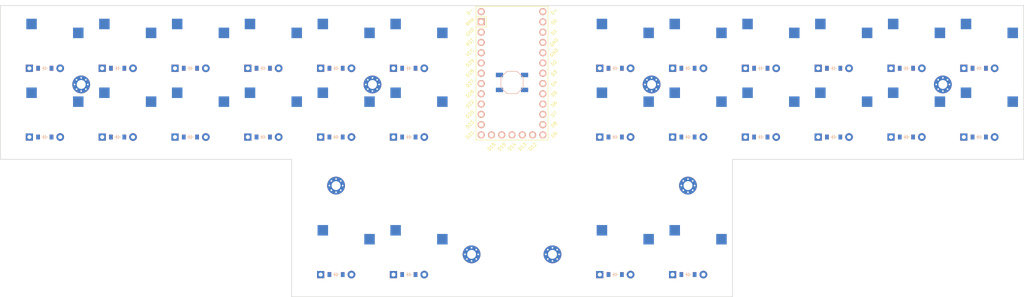
<source format=kicad_pcb>


(kicad_pcb (version 20171130) (host pcbnew 5.1.6)

  (page A3)
  (title_block
    (title "pcb")
    (rev "v1.0.0")
    (company "Unknown")
  )

  (general
    (thickness 1.6)
  )

  (layers
    (0 F.Cu signal)
    (31 B.Cu signal)
    (32 B.Adhes user)
    (33 F.Adhes user)
    (34 B.Paste user)
    (35 F.Paste user)
    (36 B.SilkS user)
    (37 F.SilkS user)
    (38 B.Mask user)
    (39 F.Mask user)
    (40 Dwgs.User user)
    (41 Cmts.User user)
    (42 Eco1.User user)
    (43 Eco2.User user)
    (44 Edge.Cuts user)
    (45 Margin user)
    (46 B.CrtYd user)
    (47 F.CrtYd user)
    (48 B.Fab user)
    (49 F.Fab user)
  )

  (setup
    (last_trace_width 0.25)
    (trace_clearance 0.2)
    (zone_clearance 0.508)
    (zone_45_only no)
    (trace_min 0.2)
    (via_size 0.8)
    (via_drill 0.4)
    (via_min_size 0.4)
    (via_min_drill 0.3)
    (uvia_size 0.3)
    (uvia_drill 0.1)
    (uvias_allowed no)
    (uvia_min_size 0.2)
    (uvia_min_drill 0.1)
    (edge_width 0.05)
    (segment_width 0.2)
    (pcb_text_width 0.3)
    (pcb_text_size 1.5 1.5)
    (mod_edge_width 0.12)
    (mod_text_size 1 1)
    (mod_text_width 0.15)
    (pad_size 1.524 1.524)
    (pad_drill 0.762)
    (pad_to_mask_clearance 0.05)
    (aux_axis_origin 0 0)
    (visible_elements FFFFFF7F)
    (pcbplotparams
      (layerselection 0x010fc_ffffffff)
      (usegerberextensions false)
      (usegerberattributes true)
      (usegerberadvancedattributes true)
      (creategerberjobfile true)
      (excludeedgelayer true)
      (linewidth 0.100000)
      (plotframeref false)
      (viasonmask false)
      (mode 1)
      (useauxorigin false)
      (hpglpennumber 1)
      (hpglpenspeed 20)
      (hpglpendiameter 15.000000)
      (psnegative false)
      (psa4output false)
      (plotreference true)
      (plotvalue true)
      (plotinvisibletext false)
      (padsonsilk false)
      (subtractmaskfromsilk false)
      (outputformat 1)
      (mirror false)
      (drillshape 1)
      (scaleselection 1)
      (outputdirectory ""))
  )

  (net 0 "")
(net 1 "D23")
(net 2 "outer_lbottom")
(net 3 "outer_ltop")
(net 4 "D20")
(net 5 "pinky_lbottom")
(net 6 "pinky_ltop")
(net 7 "D22")
(net 8 "ring_lbottom")
(net 9 "ring_ltop")
(net 10 "D26")
(net 11 "middle_lbottom")
(net 12 "middle_ltop")
(net 13 "D27")
(net 14 "index_lbottom")
(net 15 "index_ltop")
(net 16 "D28")
(net 17 "inner_lbottom")
(net 18 "inner_ltop")
(net 19 "D3")
(net 20 "inner_rbottom")
(net 21 "inner_rtop")
(net 22 "D4")
(net 23 "index_rbottom")
(net 24 "index_rtop")
(net 25 "D5")
(net 26 "middle_rbottom")
(net 27 "middle_rtop")
(net 28 "D6")
(net 29 "ring_rbottom")
(net 30 "ring_rtop")
(net 31 "D7")
(net 32 "pinky_rbottom")
(net 33 "pinky_rtop")
(net 34 "D8")
(net 35 "outer_rbottom")
(net 36 "outer_rtop")
(net 37 "outer_lttop")
(net 38 "inner_lttop")
(net 39 "inner_rttop")
(net 40 "outer_rttop")
(net 41 "D21")
(net 42 "D29")
(net 43 "D9")
(net 44 "D2")
(net 45 "D1")
(net 46 "Dm")
(net 47 "RAW")
(net 48 "GND")
(net 49 "RST")
(net 50 "VCC")
(net 51 "D12")
(net 52 "D13")
(net 53 "D14")
(net 54 "D15")
(net 55 "D16")
(net 56 "Dp")
(net 57 "D0")

  (net_class Default "This is the default net class."
    (clearance 0.2)
    (trace_width 0.25)
    (via_dia 0.8)
    (via_drill 0.4)
    (uvia_dia 0.3)
    (uvia_drill 0.1)
    (add_net "")
(add_net "D23")
(add_net "outer_lbottom")
(add_net "outer_ltop")
(add_net "D20")
(add_net "pinky_lbottom")
(add_net "pinky_ltop")
(add_net "D22")
(add_net "ring_lbottom")
(add_net "ring_ltop")
(add_net "D26")
(add_net "middle_lbottom")
(add_net "middle_ltop")
(add_net "D27")
(add_net "index_lbottom")
(add_net "index_ltop")
(add_net "D28")
(add_net "inner_lbottom")
(add_net "inner_ltop")
(add_net "D3")
(add_net "inner_rbottom")
(add_net "inner_rtop")
(add_net "D4")
(add_net "index_rbottom")
(add_net "index_rtop")
(add_net "D5")
(add_net "middle_rbottom")
(add_net "middle_rtop")
(add_net "D6")
(add_net "ring_rbottom")
(add_net "ring_rtop")
(add_net "D7")
(add_net "pinky_rbottom")
(add_net "pinky_rtop")
(add_net "D8")
(add_net "outer_rbottom")
(add_net "outer_rtop")
(add_net "outer_lttop")
(add_net "inner_lttop")
(add_net "inner_rttop")
(add_net "outer_rttop")
(add_net "D21")
(add_net "D29")
(add_net "D9")
(add_net "D2")
(add_net "D1")
(add_net "Dm")
(add_net "RAW")
(add_net "GND")
(add_net "RST")
(add_net "VCC")
(add_net "D12")
(add_net "D13")
(add_net "D14")
(add_net "D15")
(add_net "D16")
(add_net "Dp")
(add_net "D0")
  )

  
        
      (module PG1350 (layer F.Cu) (tedit 5DD50112)
      (at 100 100 0)

      
      (fp_text reference "S1" (at 0 0) (layer F.SilkS) hide (effects (font (size 1.27 1.27) (thickness 0.15))))
      (fp_text value "" (at 0 0) (layer F.SilkS) hide (effects (font (size 1.27 1.27) (thickness 0.15))))

      
      (fp_line (start -7 -6) (end -7 -7) (layer Dwgs.User) (width 0.15))
      (fp_line (start -7 7) (end -6 7) (layer Dwgs.User) (width 0.15))
      (fp_line (start -6 -7) (end -7 -7) (layer Dwgs.User) (width 0.15))
      (fp_line (start -7 7) (end -7 6) (layer Dwgs.User) (width 0.15))
      (fp_line (start 7 6) (end 7 7) (layer Dwgs.User) (width 0.15))
      (fp_line (start 7 -7) (end 6 -7) (layer Dwgs.User) (width 0.15))
      (fp_line (start 6 7) (end 7 7) (layer Dwgs.User) (width 0.15))
      (fp_line (start 7 -7) (end 7 -6) (layer Dwgs.User) (width 0.15))      
      
      
      (pad "" np_thru_hole circle (at 0 0) (size 3.429 3.429) (drill 3.429) (layers *.Cu *.Mask))
        
      
      (pad "" np_thru_hole circle (at 5.5 0) (size 1.7018 1.7018) (drill 1.7018) (layers *.Cu *.Mask))
      (pad "" np_thru_hole circle (at -5.5 0) (size 1.7018 1.7018) (drill 1.7018) (layers *.Cu *.Mask))
      
        
      
      (fp_line (start -9 -8.5) (end 9 -8.5) (layer Dwgs.User) (width 0.15))
      (fp_line (start 9 -8.5) (end 9 8.5) (layer Dwgs.User) (width 0.15))
      (fp_line (start 9 8.5) (end -9 8.5) (layer Dwgs.User) (width 0.15))
      (fp_line (start -9 8.5) (end -9 -8.5) (layer Dwgs.User) (width 0.15))
      
        
          
          (pad "" np_thru_hole circle (at 5 -3.75) (size 3 3) (drill 3) (layers *.Cu *.Mask))
          (pad "" np_thru_hole circle (at 0 -5.95) (size 3 3) (drill 3) (layers *.Cu *.Mask))
      
          
          (pad 1 smd rect (at -3.275 -5.95 0) (size 2.6 2.6) (layers B.Cu B.Paste B.Mask)  (net 1 "D23"))
          (pad 2 smd rect (at 8.275 -3.75 0) (size 2.6 2.6) (layers B.Cu B.Paste B.Mask)  (net 2 "outer_lbottom"))
        )
        

        
      (module PG1350 (layer F.Cu) (tedit 5DD50112)
      (at 100 83 0)

      
      (fp_text reference "S2" (at 0 0) (layer F.SilkS) hide (effects (font (size 1.27 1.27) (thickness 0.15))))
      (fp_text value "" (at 0 0) (layer F.SilkS) hide (effects (font (size 1.27 1.27) (thickness 0.15))))

      
      (fp_line (start -7 -6) (end -7 -7) (layer Dwgs.User) (width 0.15))
      (fp_line (start -7 7) (end -6 7) (layer Dwgs.User) (width 0.15))
      (fp_line (start -6 -7) (end -7 -7) (layer Dwgs.User) (width 0.15))
      (fp_line (start -7 7) (end -7 6) (layer Dwgs.User) (width 0.15))
      (fp_line (start 7 6) (end 7 7) (layer Dwgs.User) (width 0.15))
      (fp_line (start 7 -7) (end 6 -7) (layer Dwgs.User) (width 0.15))
      (fp_line (start 6 7) (end 7 7) (layer Dwgs.User) (width 0.15))
      (fp_line (start 7 -7) (end 7 -6) (layer Dwgs.User) (width 0.15))      
      
      
      (pad "" np_thru_hole circle (at 0 0) (size 3.429 3.429) (drill 3.429) (layers *.Cu *.Mask))
        
      
      (pad "" np_thru_hole circle (at 5.5 0) (size 1.7018 1.7018) (drill 1.7018) (layers *.Cu *.Mask))
      (pad "" np_thru_hole circle (at -5.5 0) (size 1.7018 1.7018) (drill 1.7018) (layers *.Cu *.Mask))
      
        
      
      (fp_line (start -9 -8.5) (end 9 -8.5) (layer Dwgs.User) (width 0.15))
      (fp_line (start 9 -8.5) (end 9 8.5) (layer Dwgs.User) (width 0.15))
      (fp_line (start 9 8.5) (end -9 8.5) (layer Dwgs.User) (width 0.15))
      (fp_line (start -9 8.5) (end -9 -8.5) (layer Dwgs.User) (width 0.15))
      
        
          
          (pad "" np_thru_hole circle (at 5 -3.75) (size 3 3) (drill 3) (layers *.Cu *.Mask))
          (pad "" np_thru_hole circle (at 0 -5.95) (size 3 3) (drill 3) (layers *.Cu *.Mask))
      
          
          (pad 1 smd rect (at -3.275 -5.95 0) (size 2.6 2.6) (layers B.Cu B.Paste B.Mask)  (net 1 "D23"))
          (pad 2 smd rect (at 8.275 -3.75 0) (size 2.6 2.6) (layers B.Cu B.Paste B.Mask)  (net 3 "outer_ltop"))
        )
        

        
      (module PG1350 (layer F.Cu) (tedit 5DD50112)
      (at 118 100 0)

      
      (fp_text reference "S3" (at 0 0) (layer F.SilkS) hide (effects (font (size 1.27 1.27) (thickness 0.15))))
      (fp_text value "" (at 0 0) (layer F.SilkS) hide (effects (font (size 1.27 1.27) (thickness 0.15))))

      
      (fp_line (start -7 -6) (end -7 -7) (layer Dwgs.User) (width 0.15))
      (fp_line (start -7 7) (end -6 7) (layer Dwgs.User) (width 0.15))
      (fp_line (start -6 -7) (end -7 -7) (layer Dwgs.User) (width 0.15))
      (fp_line (start -7 7) (end -7 6) (layer Dwgs.User) (width 0.15))
      (fp_line (start 7 6) (end 7 7) (layer Dwgs.User) (width 0.15))
      (fp_line (start 7 -7) (end 6 -7) (layer Dwgs.User) (width 0.15))
      (fp_line (start 6 7) (end 7 7) (layer Dwgs.User) (width 0.15))
      (fp_line (start 7 -7) (end 7 -6) (layer Dwgs.User) (width 0.15))      
      
      
      (pad "" np_thru_hole circle (at 0 0) (size 3.429 3.429) (drill 3.429) (layers *.Cu *.Mask))
        
      
      (pad "" np_thru_hole circle (at 5.5 0) (size 1.7018 1.7018) (drill 1.7018) (layers *.Cu *.Mask))
      (pad "" np_thru_hole circle (at -5.5 0) (size 1.7018 1.7018) (drill 1.7018) (layers *.Cu *.Mask))
      
        
      
      (fp_line (start -9 -8.5) (end 9 -8.5) (layer Dwgs.User) (width 0.15))
      (fp_line (start 9 -8.5) (end 9 8.5) (layer Dwgs.User) (width 0.15))
      (fp_line (start 9 8.5) (end -9 8.5) (layer Dwgs.User) (width 0.15))
      (fp_line (start -9 8.5) (end -9 -8.5) (layer Dwgs.User) (width 0.15))
      
        
          
          (pad "" np_thru_hole circle (at 5 -3.75) (size 3 3) (drill 3) (layers *.Cu *.Mask))
          (pad "" np_thru_hole circle (at 0 -5.95) (size 3 3) (drill 3) (layers *.Cu *.Mask))
      
          
          (pad 1 smd rect (at -3.275 -5.95 0) (size 2.6 2.6) (layers B.Cu B.Paste B.Mask)  (net 4 "D20"))
          (pad 2 smd rect (at 8.275 -3.75 0) (size 2.6 2.6) (layers B.Cu B.Paste B.Mask)  (net 5 "pinky_lbottom"))
        )
        

        
      (module PG1350 (layer F.Cu) (tedit 5DD50112)
      (at 118 83 0)

      
      (fp_text reference "S4" (at 0 0) (layer F.SilkS) hide (effects (font (size 1.27 1.27) (thickness 0.15))))
      (fp_text value "" (at 0 0) (layer F.SilkS) hide (effects (font (size 1.27 1.27) (thickness 0.15))))

      
      (fp_line (start -7 -6) (end -7 -7) (layer Dwgs.User) (width 0.15))
      (fp_line (start -7 7) (end -6 7) (layer Dwgs.User) (width 0.15))
      (fp_line (start -6 -7) (end -7 -7) (layer Dwgs.User) (width 0.15))
      (fp_line (start -7 7) (end -7 6) (layer Dwgs.User) (width 0.15))
      (fp_line (start 7 6) (end 7 7) (layer Dwgs.User) (width 0.15))
      (fp_line (start 7 -7) (end 6 -7) (layer Dwgs.User) (width 0.15))
      (fp_line (start 6 7) (end 7 7) (layer Dwgs.User) (width 0.15))
      (fp_line (start 7 -7) (end 7 -6) (layer Dwgs.User) (width 0.15))      
      
      
      (pad "" np_thru_hole circle (at 0 0) (size 3.429 3.429) (drill 3.429) (layers *.Cu *.Mask))
        
      
      (pad "" np_thru_hole circle (at 5.5 0) (size 1.7018 1.7018) (drill 1.7018) (layers *.Cu *.Mask))
      (pad "" np_thru_hole circle (at -5.5 0) (size 1.7018 1.7018) (drill 1.7018) (layers *.Cu *.Mask))
      
        
      
      (fp_line (start -9 -8.5) (end 9 -8.5) (layer Dwgs.User) (width 0.15))
      (fp_line (start 9 -8.5) (end 9 8.5) (layer Dwgs.User) (width 0.15))
      (fp_line (start 9 8.5) (end -9 8.5) (layer Dwgs.User) (width 0.15))
      (fp_line (start -9 8.5) (end -9 -8.5) (layer Dwgs.User) (width 0.15))
      
        
          
          (pad "" np_thru_hole circle (at 5 -3.75) (size 3 3) (drill 3) (layers *.Cu *.Mask))
          (pad "" np_thru_hole circle (at 0 -5.95) (size 3 3) (drill 3) (layers *.Cu *.Mask))
      
          
          (pad 1 smd rect (at -3.275 -5.95 0) (size 2.6 2.6) (layers B.Cu B.Paste B.Mask)  (net 4 "D20"))
          (pad 2 smd rect (at 8.275 -3.75 0) (size 2.6 2.6) (layers B.Cu B.Paste B.Mask)  (net 6 "pinky_ltop"))
        )
        

        
      (module PG1350 (layer F.Cu) (tedit 5DD50112)
      (at 136 100 0)

      
      (fp_text reference "S5" (at 0 0) (layer F.SilkS) hide (effects (font (size 1.27 1.27) (thickness 0.15))))
      (fp_text value "" (at 0 0) (layer F.SilkS) hide (effects (font (size 1.27 1.27) (thickness 0.15))))

      
      (fp_line (start -7 -6) (end -7 -7) (layer Dwgs.User) (width 0.15))
      (fp_line (start -7 7) (end -6 7) (layer Dwgs.User) (width 0.15))
      (fp_line (start -6 -7) (end -7 -7) (layer Dwgs.User) (width 0.15))
      (fp_line (start -7 7) (end -7 6) (layer Dwgs.User) (width 0.15))
      (fp_line (start 7 6) (end 7 7) (layer Dwgs.User) (width 0.15))
      (fp_line (start 7 -7) (end 6 -7) (layer Dwgs.User) (width 0.15))
      (fp_line (start 6 7) (end 7 7) (layer Dwgs.User) (width 0.15))
      (fp_line (start 7 -7) (end 7 -6) (layer Dwgs.User) (width 0.15))      
      
      
      (pad "" np_thru_hole circle (at 0 0) (size 3.429 3.429) (drill 3.429) (layers *.Cu *.Mask))
        
      
      (pad "" np_thru_hole circle (at 5.5 0) (size 1.7018 1.7018) (drill 1.7018) (layers *.Cu *.Mask))
      (pad "" np_thru_hole circle (at -5.5 0) (size 1.7018 1.7018) (drill 1.7018) (layers *.Cu *.Mask))
      
        
      
      (fp_line (start -9 -8.5) (end 9 -8.5) (layer Dwgs.User) (width 0.15))
      (fp_line (start 9 -8.5) (end 9 8.5) (layer Dwgs.User) (width 0.15))
      (fp_line (start 9 8.5) (end -9 8.5) (layer Dwgs.User) (width 0.15))
      (fp_line (start -9 8.5) (end -9 -8.5) (layer Dwgs.User) (width 0.15))
      
        
          
          (pad "" np_thru_hole circle (at 5 -3.75) (size 3 3) (drill 3) (layers *.Cu *.Mask))
          (pad "" np_thru_hole circle (at 0 -5.95) (size 3 3) (drill 3) (layers *.Cu *.Mask))
      
          
          (pad 1 smd rect (at -3.275 -5.95 0) (size 2.6 2.6) (layers B.Cu B.Paste B.Mask)  (net 7 "D22"))
          (pad 2 smd rect (at 8.275 -3.75 0) (size 2.6 2.6) (layers B.Cu B.Paste B.Mask)  (net 8 "ring_lbottom"))
        )
        

        
      (module PG1350 (layer F.Cu) (tedit 5DD50112)
      (at 136 83 0)

      
      (fp_text reference "S6" (at 0 0) (layer F.SilkS) hide (effects (font (size 1.27 1.27) (thickness 0.15))))
      (fp_text value "" (at 0 0) (layer F.SilkS) hide (effects (font (size 1.27 1.27) (thickness 0.15))))

      
      (fp_line (start -7 -6) (end -7 -7) (layer Dwgs.User) (width 0.15))
      (fp_line (start -7 7) (end -6 7) (layer Dwgs.User) (width 0.15))
      (fp_line (start -6 -7) (end -7 -7) (layer Dwgs.User) (width 0.15))
      (fp_line (start -7 7) (end -7 6) (layer Dwgs.User) (width 0.15))
      (fp_line (start 7 6) (end 7 7) (layer Dwgs.User) (width 0.15))
      (fp_line (start 7 -7) (end 6 -7) (layer Dwgs.User) (width 0.15))
      (fp_line (start 6 7) (end 7 7) (layer Dwgs.User) (width 0.15))
      (fp_line (start 7 -7) (end 7 -6) (layer Dwgs.User) (width 0.15))      
      
      
      (pad "" np_thru_hole circle (at 0 0) (size 3.429 3.429) (drill 3.429) (layers *.Cu *.Mask))
        
      
      (pad "" np_thru_hole circle (at 5.5 0) (size 1.7018 1.7018) (drill 1.7018) (layers *.Cu *.Mask))
      (pad "" np_thru_hole circle (at -5.5 0) (size 1.7018 1.7018) (drill 1.7018) (layers *.Cu *.Mask))
      
        
      
      (fp_line (start -9 -8.5) (end 9 -8.5) (layer Dwgs.User) (width 0.15))
      (fp_line (start 9 -8.5) (end 9 8.5) (layer Dwgs.User) (width 0.15))
      (fp_line (start 9 8.5) (end -9 8.5) (layer Dwgs.User) (width 0.15))
      (fp_line (start -9 8.5) (end -9 -8.5) (layer Dwgs.User) (width 0.15))
      
        
          
          (pad "" np_thru_hole circle (at 5 -3.75) (size 3 3) (drill 3) (layers *.Cu *.Mask))
          (pad "" np_thru_hole circle (at 0 -5.95) (size 3 3) (drill 3) (layers *.Cu *.Mask))
      
          
          (pad 1 smd rect (at -3.275 -5.95 0) (size 2.6 2.6) (layers B.Cu B.Paste B.Mask)  (net 7 "D22"))
          (pad 2 smd rect (at 8.275 -3.75 0) (size 2.6 2.6) (layers B.Cu B.Paste B.Mask)  (net 9 "ring_ltop"))
        )
        

        
      (module PG1350 (layer F.Cu) (tedit 5DD50112)
      (at 154 100 0)

      
      (fp_text reference "S7" (at 0 0) (layer F.SilkS) hide (effects (font (size 1.27 1.27) (thickness 0.15))))
      (fp_text value "" (at 0 0) (layer F.SilkS) hide (effects (font (size 1.27 1.27) (thickness 0.15))))

      
      (fp_line (start -7 -6) (end -7 -7) (layer Dwgs.User) (width 0.15))
      (fp_line (start -7 7) (end -6 7) (layer Dwgs.User) (width 0.15))
      (fp_line (start -6 -7) (end -7 -7) (layer Dwgs.User) (width 0.15))
      (fp_line (start -7 7) (end -7 6) (layer Dwgs.User) (width 0.15))
      (fp_line (start 7 6) (end 7 7) (layer Dwgs.User) (width 0.15))
      (fp_line (start 7 -7) (end 6 -7) (layer Dwgs.User) (width 0.15))
      (fp_line (start 6 7) (end 7 7) (layer Dwgs.User) (width 0.15))
      (fp_line (start 7 -7) (end 7 -6) (layer Dwgs.User) (width 0.15))      
      
      
      (pad "" np_thru_hole circle (at 0 0) (size 3.429 3.429) (drill 3.429) (layers *.Cu *.Mask))
        
      
      (pad "" np_thru_hole circle (at 5.5 0) (size 1.7018 1.7018) (drill 1.7018) (layers *.Cu *.Mask))
      (pad "" np_thru_hole circle (at -5.5 0) (size 1.7018 1.7018) (drill 1.7018) (layers *.Cu *.Mask))
      
        
      
      (fp_line (start -9 -8.5) (end 9 -8.5) (layer Dwgs.User) (width 0.15))
      (fp_line (start 9 -8.5) (end 9 8.5) (layer Dwgs.User) (width 0.15))
      (fp_line (start 9 8.5) (end -9 8.5) (layer Dwgs.User) (width 0.15))
      (fp_line (start -9 8.5) (end -9 -8.5) (layer Dwgs.User) (width 0.15))
      
        
          
          (pad "" np_thru_hole circle (at 5 -3.75) (size 3 3) (drill 3) (layers *.Cu *.Mask))
          (pad "" np_thru_hole circle (at 0 -5.95) (size 3 3) (drill 3) (layers *.Cu *.Mask))
      
          
          (pad 1 smd rect (at -3.275 -5.95 0) (size 2.6 2.6) (layers B.Cu B.Paste B.Mask)  (net 10 "D26"))
          (pad 2 smd rect (at 8.275 -3.75 0) (size 2.6 2.6) (layers B.Cu B.Paste B.Mask)  (net 11 "middle_lbottom"))
        )
        

        
      (module PG1350 (layer F.Cu) (tedit 5DD50112)
      (at 154 83 0)

      
      (fp_text reference "S8" (at 0 0) (layer F.SilkS) hide (effects (font (size 1.27 1.27) (thickness 0.15))))
      (fp_text value "" (at 0 0) (layer F.SilkS) hide (effects (font (size 1.27 1.27) (thickness 0.15))))

      
      (fp_line (start -7 -6) (end -7 -7) (layer Dwgs.User) (width 0.15))
      (fp_line (start -7 7) (end -6 7) (layer Dwgs.User) (width 0.15))
      (fp_line (start -6 -7) (end -7 -7) (layer Dwgs.User) (width 0.15))
      (fp_line (start -7 7) (end -7 6) (layer Dwgs.User) (width 0.15))
      (fp_line (start 7 6) (end 7 7) (layer Dwgs.User) (width 0.15))
      (fp_line (start 7 -7) (end 6 -7) (layer Dwgs.User) (width 0.15))
      (fp_line (start 6 7) (end 7 7) (layer Dwgs.User) (width 0.15))
      (fp_line (start 7 -7) (end 7 -6) (layer Dwgs.User) (width 0.15))      
      
      
      (pad "" np_thru_hole circle (at 0 0) (size 3.429 3.429) (drill 3.429) (layers *.Cu *.Mask))
        
      
      (pad "" np_thru_hole circle (at 5.5 0) (size 1.7018 1.7018) (drill 1.7018) (layers *.Cu *.Mask))
      (pad "" np_thru_hole circle (at -5.5 0) (size 1.7018 1.7018) (drill 1.7018) (layers *.Cu *.Mask))
      
        
      
      (fp_line (start -9 -8.5) (end 9 -8.5) (layer Dwgs.User) (width 0.15))
      (fp_line (start 9 -8.5) (end 9 8.5) (layer Dwgs.User) (width 0.15))
      (fp_line (start 9 8.5) (end -9 8.5) (layer Dwgs.User) (width 0.15))
      (fp_line (start -9 8.5) (end -9 -8.5) (layer Dwgs.User) (width 0.15))
      
        
          
          (pad "" np_thru_hole circle (at 5 -3.75) (size 3 3) (drill 3) (layers *.Cu *.Mask))
          (pad "" np_thru_hole circle (at 0 -5.95) (size 3 3) (drill 3) (layers *.Cu *.Mask))
      
          
          (pad 1 smd rect (at -3.275 -5.95 0) (size 2.6 2.6) (layers B.Cu B.Paste B.Mask)  (net 10 "D26"))
          (pad 2 smd rect (at 8.275 -3.75 0) (size 2.6 2.6) (layers B.Cu B.Paste B.Mask)  (net 12 "middle_ltop"))
        )
        

        
      (module PG1350 (layer F.Cu) (tedit 5DD50112)
      (at 172 100 0)

      
      (fp_text reference "S9" (at 0 0) (layer F.SilkS) hide (effects (font (size 1.27 1.27) (thickness 0.15))))
      (fp_text value "" (at 0 0) (layer F.SilkS) hide (effects (font (size 1.27 1.27) (thickness 0.15))))

      
      (fp_line (start -7 -6) (end -7 -7) (layer Dwgs.User) (width 0.15))
      (fp_line (start -7 7) (end -6 7) (layer Dwgs.User) (width 0.15))
      (fp_line (start -6 -7) (end -7 -7) (layer Dwgs.User) (width 0.15))
      (fp_line (start -7 7) (end -7 6) (layer Dwgs.User) (width 0.15))
      (fp_line (start 7 6) (end 7 7) (layer Dwgs.User) (width 0.15))
      (fp_line (start 7 -7) (end 6 -7) (layer Dwgs.User) (width 0.15))
      (fp_line (start 6 7) (end 7 7) (layer Dwgs.User) (width 0.15))
      (fp_line (start 7 -7) (end 7 -6) (layer Dwgs.User) (width 0.15))      
      
      
      (pad "" np_thru_hole circle (at 0 0) (size 3.429 3.429) (drill 3.429) (layers *.Cu *.Mask))
        
      
      (pad "" np_thru_hole circle (at 5.5 0) (size 1.7018 1.7018) (drill 1.7018) (layers *.Cu *.Mask))
      (pad "" np_thru_hole circle (at -5.5 0) (size 1.7018 1.7018) (drill 1.7018) (layers *.Cu *.Mask))
      
        
      
      (fp_line (start -9 -8.5) (end 9 -8.5) (layer Dwgs.User) (width 0.15))
      (fp_line (start 9 -8.5) (end 9 8.5) (layer Dwgs.User) (width 0.15))
      (fp_line (start 9 8.5) (end -9 8.5) (layer Dwgs.User) (width 0.15))
      (fp_line (start -9 8.5) (end -9 -8.5) (layer Dwgs.User) (width 0.15))
      
        
          
          (pad "" np_thru_hole circle (at 5 -3.75) (size 3 3) (drill 3) (layers *.Cu *.Mask))
          (pad "" np_thru_hole circle (at 0 -5.95) (size 3 3) (drill 3) (layers *.Cu *.Mask))
      
          
          (pad 1 smd rect (at -3.275 -5.95 0) (size 2.6 2.6) (layers B.Cu B.Paste B.Mask)  (net 13 "D27"))
          (pad 2 smd rect (at 8.275 -3.75 0) (size 2.6 2.6) (layers B.Cu B.Paste B.Mask)  (net 14 "index_lbottom"))
        )
        

        
      (module PG1350 (layer F.Cu) (tedit 5DD50112)
      (at 172 83 0)

      
      (fp_text reference "S10" (at 0 0) (layer F.SilkS) hide (effects (font (size 1.27 1.27) (thickness 0.15))))
      (fp_text value "" (at 0 0) (layer F.SilkS) hide (effects (font (size 1.27 1.27) (thickness 0.15))))

      
      (fp_line (start -7 -6) (end -7 -7) (layer Dwgs.User) (width 0.15))
      (fp_line (start -7 7) (end -6 7) (layer Dwgs.User) (width 0.15))
      (fp_line (start -6 -7) (end -7 -7) (layer Dwgs.User) (width 0.15))
      (fp_line (start -7 7) (end -7 6) (layer Dwgs.User) (width 0.15))
      (fp_line (start 7 6) (end 7 7) (layer Dwgs.User) (width 0.15))
      (fp_line (start 7 -7) (end 6 -7) (layer Dwgs.User) (width 0.15))
      (fp_line (start 6 7) (end 7 7) (layer Dwgs.User) (width 0.15))
      (fp_line (start 7 -7) (end 7 -6) (layer Dwgs.User) (width 0.15))      
      
      
      (pad "" np_thru_hole circle (at 0 0) (size 3.429 3.429) (drill 3.429) (layers *.Cu *.Mask))
        
      
      (pad "" np_thru_hole circle (at 5.5 0) (size 1.7018 1.7018) (drill 1.7018) (layers *.Cu *.Mask))
      (pad "" np_thru_hole circle (at -5.5 0) (size 1.7018 1.7018) (drill 1.7018) (layers *.Cu *.Mask))
      
        
      
      (fp_line (start -9 -8.5) (end 9 -8.5) (layer Dwgs.User) (width 0.15))
      (fp_line (start 9 -8.5) (end 9 8.5) (layer Dwgs.User) (width 0.15))
      (fp_line (start 9 8.5) (end -9 8.5) (layer Dwgs.User) (width 0.15))
      (fp_line (start -9 8.5) (end -9 -8.5) (layer Dwgs.User) (width 0.15))
      
        
          
          (pad "" np_thru_hole circle (at 5 -3.75) (size 3 3) (drill 3) (layers *.Cu *.Mask))
          (pad "" np_thru_hole circle (at 0 -5.95) (size 3 3) (drill 3) (layers *.Cu *.Mask))
      
          
          (pad 1 smd rect (at -3.275 -5.95 0) (size 2.6 2.6) (layers B.Cu B.Paste B.Mask)  (net 13 "D27"))
          (pad 2 smd rect (at 8.275 -3.75 0) (size 2.6 2.6) (layers B.Cu B.Paste B.Mask)  (net 15 "index_ltop"))
        )
        

        
      (module PG1350 (layer F.Cu) (tedit 5DD50112)
      (at 190 100 0)

      
      (fp_text reference "S11" (at 0 0) (layer F.SilkS) hide (effects (font (size 1.27 1.27) (thickness 0.15))))
      (fp_text value "" (at 0 0) (layer F.SilkS) hide (effects (font (size 1.27 1.27) (thickness 0.15))))

      
      (fp_line (start -7 -6) (end -7 -7) (layer Dwgs.User) (width 0.15))
      (fp_line (start -7 7) (end -6 7) (layer Dwgs.User) (width 0.15))
      (fp_line (start -6 -7) (end -7 -7) (layer Dwgs.User) (width 0.15))
      (fp_line (start -7 7) (end -7 6) (layer Dwgs.User) (width 0.15))
      (fp_line (start 7 6) (end 7 7) (layer Dwgs.User) (width 0.15))
      (fp_line (start 7 -7) (end 6 -7) (layer Dwgs.User) (width 0.15))
      (fp_line (start 6 7) (end 7 7) (layer Dwgs.User) (width 0.15))
      (fp_line (start 7 -7) (end 7 -6) (layer Dwgs.User) (width 0.15))      
      
      
      (pad "" np_thru_hole circle (at 0 0) (size 3.429 3.429) (drill 3.429) (layers *.Cu *.Mask))
        
      
      (pad "" np_thru_hole circle (at 5.5 0) (size 1.7018 1.7018) (drill 1.7018) (layers *.Cu *.Mask))
      (pad "" np_thru_hole circle (at -5.5 0) (size 1.7018 1.7018) (drill 1.7018) (layers *.Cu *.Mask))
      
        
      
      (fp_line (start -9 -8.5) (end 9 -8.5) (layer Dwgs.User) (width 0.15))
      (fp_line (start 9 -8.5) (end 9 8.5) (layer Dwgs.User) (width 0.15))
      (fp_line (start 9 8.5) (end -9 8.5) (layer Dwgs.User) (width 0.15))
      (fp_line (start -9 8.5) (end -9 -8.5) (layer Dwgs.User) (width 0.15))
      
        
          
          (pad "" np_thru_hole circle (at 5 -3.75) (size 3 3) (drill 3) (layers *.Cu *.Mask))
          (pad "" np_thru_hole circle (at 0 -5.95) (size 3 3) (drill 3) (layers *.Cu *.Mask))
      
          
          (pad 1 smd rect (at -3.275 -5.95 0) (size 2.6 2.6) (layers B.Cu B.Paste B.Mask)  (net 16 "D28"))
          (pad 2 smd rect (at 8.275 -3.75 0) (size 2.6 2.6) (layers B.Cu B.Paste B.Mask)  (net 17 "inner_lbottom"))
        )
        

        
      (module PG1350 (layer F.Cu) (tedit 5DD50112)
      (at 190 83 0)

      
      (fp_text reference "S12" (at 0 0) (layer F.SilkS) hide (effects (font (size 1.27 1.27) (thickness 0.15))))
      (fp_text value "" (at 0 0) (layer F.SilkS) hide (effects (font (size 1.27 1.27) (thickness 0.15))))

      
      (fp_line (start -7 -6) (end -7 -7) (layer Dwgs.User) (width 0.15))
      (fp_line (start -7 7) (end -6 7) (layer Dwgs.User) (width 0.15))
      (fp_line (start -6 -7) (end -7 -7) (layer Dwgs.User) (width 0.15))
      (fp_line (start -7 7) (end -7 6) (layer Dwgs.User) (width 0.15))
      (fp_line (start 7 6) (end 7 7) (layer Dwgs.User) (width 0.15))
      (fp_line (start 7 -7) (end 6 -7) (layer Dwgs.User) (width 0.15))
      (fp_line (start 6 7) (end 7 7) (layer Dwgs.User) (width 0.15))
      (fp_line (start 7 -7) (end 7 -6) (layer Dwgs.User) (width 0.15))      
      
      
      (pad "" np_thru_hole circle (at 0 0) (size 3.429 3.429) (drill 3.429) (layers *.Cu *.Mask))
        
      
      (pad "" np_thru_hole circle (at 5.5 0) (size 1.7018 1.7018) (drill 1.7018) (layers *.Cu *.Mask))
      (pad "" np_thru_hole circle (at -5.5 0) (size 1.7018 1.7018) (drill 1.7018) (layers *.Cu *.Mask))
      
        
      
      (fp_line (start -9 -8.5) (end 9 -8.5) (layer Dwgs.User) (width 0.15))
      (fp_line (start 9 -8.5) (end 9 8.5) (layer Dwgs.User) (width 0.15))
      (fp_line (start 9 8.5) (end -9 8.5) (layer Dwgs.User) (width 0.15))
      (fp_line (start -9 8.5) (end -9 -8.5) (layer Dwgs.User) (width 0.15))
      
        
          
          (pad "" np_thru_hole circle (at 5 -3.75) (size 3 3) (drill 3) (layers *.Cu *.Mask))
          (pad "" np_thru_hole circle (at 0 -5.95) (size 3 3) (drill 3) (layers *.Cu *.Mask))
      
          
          (pad 1 smd rect (at -3.275 -5.95 0) (size 2.6 2.6) (layers B.Cu B.Paste B.Mask)  (net 16 "D28"))
          (pad 2 smd rect (at 8.275 -3.75 0) (size 2.6 2.6) (layers B.Cu B.Paste B.Mask)  (net 18 "inner_ltop"))
        )
        

        
      (module PG1350 (layer F.Cu) (tedit 5DD50112)
      (at 241 100 0)

      
      (fp_text reference "S13" (at 0 0) (layer F.SilkS) hide (effects (font (size 1.27 1.27) (thickness 0.15))))
      (fp_text value "" (at 0 0) (layer F.SilkS) hide (effects (font (size 1.27 1.27) (thickness 0.15))))

      
      (fp_line (start -7 -6) (end -7 -7) (layer Dwgs.User) (width 0.15))
      (fp_line (start -7 7) (end -6 7) (layer Dwgs.User) (width 0.15))
      (fp_line (start -6 -7) (end -7 -7) (layer Dwgs.User) (width 0.15))
      (fp_line (start -7 7) (end -7 6) (layer Dwgs.User) (width 0.15))
      (fp_line (start 7 6) (end 7 7) (layer Dwgs.User) (width 0.15))
      (fp_line (start 7 -7) (end 6 -7) (layer Dwgs.User) (width 0.15))
      (fp_line (start 6 7) (end 7 7) (layer Dwgs.User) (width 0.15))
      (fp_line (start 7 -7) (end 7 -6) (layer Dwgs.User) (width 0.15))      
      
      
      (pad "" np_thru_hole circle (at 0 0) (size 3.429 3.429) (drill 3.429) (layers *.Cu *.Mask))
        
      
      (pad "" np_thru_hole circle (at 5.5 0) (size 1.7018 1.7018) (drill 1.7018) (layers *.Cu *.Mask))
      (pad "" np_thru_hole circle (at -5.5 0) (size 1.7018 1.7018) (drill 1.7018) (layers *.Cu *.Mask))
      
        
      
      (fp_line (start -9 -8.5) (end 9 -8.5) (layer Dwgs.User) (width 0.15))
      (fp_line (start 9 -8.5) (end 9 8.5) (layer Dwgs.User) (width 0.15))
      (fp_line (start 9 8.5) (end -9 8.5) (layer Dwgs.User) (width 0.15))
      (fp_line (start -9 8.5) (end -9 -8.5) (layer Dwgs.User) (width 0.15))
      
        
          
          (pad "" np_thru_hole circle (at 5 -3.75) (size 3 3) (drill 3) (layers *.Cu *.Mask))
          (pad "" np_thru_hole circle (at 0 -5.95) (size 3 3) (drill 3) (layers *.Cu *.Mask))
      
          
          (pad 1 smd rect (at -3.275 -5.95 0) (size 2.6 2.6) (layers B.Cu B.Paste B.Mask)  (net 19 "D3"))
          (pad 2 smd rect (at 8.275 -3.75 0) (size 2.6 2.6) (layers B.Cu B.Paste B.Mask)  (net 20 "inner_rbottom"))
        )
        

        
      (module PG1350 (layer F.Cu) (tedit 5DD50112)
      (at 241 83 0)

      
      (fp_text reference "S14" (at 0 0) (layer F.SilkS) hide (effects (font (size 1.27 1.27) (thickness 0.15))))
      (fp_text value "" (at 0 0) (layer F.SilkS) hide (effects (font (size 1.27 1.27) (thickness 0.15))))

      
      (fp_line (start -7 -6) (end -7 -7) (layer Dwgs.User) (width 0.15))
      (fp_line (start -7 7) (end -6 7) (layer Dwgs.User) (width 0.15))
      (fp_line (start -6 -7) (end -7 -7) (layer Dwgs.User) (width 0.15))
      (fp_line (start -7 7) (end -7 6) (layer Dwgs.User) (width 0.15))
      (fp_line (start 7 6) (end 7 7) (layer Dwgs.User) (width 0.15))
      (fp_line (start 7 -7) (end 6 -7) (layer Dwgs.User) (width 0.15))
      (fp_line (start 6 7) (end 7 7) (layer Dwgs.User) (width 0.15))
      (fp_line (start 7 -7) (end 7 -6) (layer Dwgs.User) (width 0.15))      
      
      
      (pad "" np_thru_hole circle (at 0 0) (size 3.429 3.429) (drill 3.429) (layers *.Cu *.Mask))
        
      
      (pad "" np_thru_hole circle (at 5.5 0) (size 1.7018 1.7018) (drill 1.7018) (layers *.Cu *.Mask))
      (pad "" np_thru_hole circle (at -5.5 0) (size 1.7018 1.7018) (drill 1.7018) (layers *.Cu *.Mask))
      
        
      
      (fp_line (start -9 -8.5) (end 9 -8.5) (layer Dwgs.User) (width 0.15))
      (fp_line (start 9 -8.5) (end 9 8.5) (layer Dwgs.User) (width 0.15))
      (fp_line (start 9 8.5) (end -9 8.5) (layer Dwgs.User) (width 0.15))
      (fp_line (start -9 8.5) (end -9 -8.5) (layer Dwgs.User) (width 0.15))
      
        
          
          (pad "" np_thru_hole circle (at 5 -3.75) (size 3 3) (drill 3) (layers *.Cu *.Mask))
          (pad "" np_thru_hole circle (at 0 -5.95) (size 3 3) (drill 3) (layers *.Cu *.Mask))
      
          
          (pad 1 smd rect (at -3.275 -5.95 0) (size 2.6 2.6) (layers B.Cu B.Paste B.Mask)  (net 19 "D3"))
          (pad 2 smd rect (at 8.275 -3.75 0) (size 2.6 2.6) (layers B.Cu B.Paste B.Mask)  (net 21 "inner_rtop"))
        )
        

        
      (module PG1350 (layer F.Cu) (tedit 5DD50112)
      (at 259 100 0)

      
      (fp_text reference "S15" (at 0 0) (layer F.SilkS) hide (effects (font (size 1.27 1.27) (thickness 0.15))))
      (fp_text value "" (at 0 0) (layer F.SilkS) hide (effects (font (size 1.27 1.27) (thickness 0.15))))

      
      (fp_line (start -7 -6) (end -7 -7) (layer Dwgs.User) (width 0.15))
      (fp_line (start -7 7) (end -6 7) (layer Dwgs.User) (width 0.15))
      (fp_line (start -6 -7) (end -7 -7) (layer Dwgs.User) (width 0.15))
      (fp_line (start -7 7) (end -7 6) (layer Dwgs.User) (width 0.15))
      (fp_line (start 7 6) (end 7 7) (layer Dwgs.User) (width 0.15))
      (fp_line (start 7 -7) (end 6 -7) (layer Dwgs.User) (width 0.15))
      (fp_line (start 6 7) (end 7 7) (layer Dwgs.User) (width 0.15))
      (fp_line (start 7 -7) (end 7 -6) (layer Dwgs.User) (width 0.15))      
      
      
      (pad "" np_thru_hole circle (at 0 0) (size 3.429 3.429) (drill 3.429) (layers *.Cu *.Mask))
        
      
      (pad "" np_thru_hole circle (at 5.5 0) (size 1.7018 1.7018) (drill 1.7018) (layers *.Cu *.Mask))
      (pad "" np_thru_hole circle (at -5.5 0) (size 1.7018 1.7018) (drill 1.7018) (layers *.Cu *.Mask))
      
        
      
      (fp_line (start -9 -8.5) (end 9 -8.5) (layer Dwgs.User) (width 0.15))
      (fp_line (start 9 -8.5) (end 9 8.5) (layer Dwgs.User) (width 0.15))
      (fp_line (start 9 8.5) (end -9 8.5) (layer Dwgs.User) (width 0.15))
      (fp_line (start -9 8.5) (end -9 -8.5) (layer Dwgs.User) (width 0.15))
      
        
          
          (pad "" np_thru_hole circle (at 5 -3.75) (size 3 3) (drill 3) (layers *.Cu *.Mask))
          (pad "" np_thru_hole circle (at 0 -5.95) (size 3 3) (drill 3) (layers *.Cu *.Mask))
      
          
          (pad 1 smd rect (at -3.275 -5.95 0) (size 2.6 2.6) (layers B.Cu B.Paste B.Mask)  (net 22 "D4"))
          (pad 2 smd rect (at 8.275 -3.75 0) (size 2.6 2.6) (layers B.Cu B.Paste B.Mask)  (net 23 "index_rbottom"))
        )
        

        
      (module PG1350 (layer F.Cu) (tedit 5DD50112)
      (at 259 83 0)

      
      (fp_text reference "S16" (at 0 0) (layer F.SilkS) hide (effects (font (size 1.27 1.27) (thickness 0.15))))
      (fp_text value "" (at 0 0) (layer F.SilkS) hide (effects (font (size 1.27 1.27) (thickness 0.15))))

      
      (fp_line (start -7 -6) (end -7 -7) (layer Dwgs.User) (width 0.15))
      (fp_line (start -7 7) (end -6 7) (layer Dwgs.User) (width 0.15))
      (fp_line (start -6 -7) (end -7 -7) (layer Dwgs.User) (width 0.15))
      (fp_line (start -7 7) (end -7 6) (layer Dwgs.User) (width 0.15))
      (fp_line (start 7 6) (end 7 7) (layer Dwgs.User) (width 0.15))
      (fp_line (start 7 -7) (end 6 -7) (layer Dwgs.User) (width 0.15))
      (fp_line (start 6 7) (end 7 7) (layer Dwgs.User) (width 0.15))
      (fp_line (start 7 -7) (end 7 -6) (layer Dwgs.User) (width 0.15))      
      
      
      (pad "" np_thru_hole circle (at 0 0) (size 3.429 3.429) (drill 3.429) (layers *.Cu *.Mask))
        
      
      (pad "" np_thru_hole circle (at 5.5 0) (size 1.7018 1.7018) (drill 1.7018) (layers *.Cu *.Mask))
      (pad "" np_thru_hole circle (at -5.5 0) (size 1.7018 1.7018) (drill 1.7018) (layers *.Cu *.Mask))
      
        
      
      (fp_line (start -9 -8.5) (end 9 -8.5) (layer Dwgs.User) (width 0.15))
      (fp_line (start 9 -8.5) (end 9 8.5) (layer Dwgs.User) (width 0.15))
      (fp_line (start 9 8.5) (end -9 8.5) (layer Dwgs.User) (width 0.15))
      (fp_line (start -9 8.5) (end -9 -8.5) (layer Dwgs.User) (width 0.15))
      
        
          
          (pad "" np_thru_hole circle (at 5 -3.75) (size 3 3) (drill 3) (layers *.Cu *.Mask))
          (pad "" np_thru_hole circle (at 0 -5.95) (size 3 3) (drill 3) (layers *.Cu *.Mask))
      
          
          (pad 1 smd rect (at -3.275 -5.95 0) (size 2.6 2.6) (layers B.Cu B.Paste B.Mask)  (net 22 "D4"))
          (pad 2 smd rect (at 8.275 -3.75 0) (size 2.6 2.6) (layers B.Cu B.Paste B.Mask)  (net 24 "index_rtop"))
        )
        

        
      (module PG1350 (layer F.Cu) (tedit 5DD50112)
      (at 277 100 0)

      
      (fp_text reference "S17" (at 0 0) (layer F.SilkS) hide (effects (font (size 1.27 1.27) (thickness 0.15))))
      (fp_text value "" (at 0 0) (layer F.SilkS) hide (effects (font (size 1.27 1.27) (thickness 0.15))))

      
      (fp_line (start -7 -6) (end -7 -7) (layer Dwgs.User) (width 0.15))
      (fp_line (start -7 7) (end -6 7) (layer Dwgs.User) (width 0.15))
      (fp_line (start -6 -7) (end -7 -7) (layer Dwgs.User) (width 0.15))
      (fp_line (start -7 7) (end -7 6) (layer Dwgs.User) (width 0.15))
      (fp_line (start 7 6) (end 7 7) (layer Dwgs.User) (width 0.15))
      (fp_line (start 7 -7) (end 6 -7) (layer Dwgs.User) (width 0.15))
      (fp_line (start 6 7) (end 7 7) (layer Dwgs.User) (width 0.15))
      (fp_line (start 7 -7) (end 7 -6) (layer Dwgs.User) (width 0.15))      
      
      
      (pad "" np_thru_hole circle (at 0 0) (size 3.429 3.429) (drill 3.429) (layers *.Cu *.Mask))
        
      
      (pad "" np_thru_hole circle (at 5.5 0) (size 1.7018 1.7018) (drill 1.7018) (layers *.Cu *.Mask))
      (pad "" np_thru_hole circle (at -5.5 0) (size 1.7018 1.7018) (drill 1.7018) (layers *.Cu *.Mask))
      
        
      
      (fp_line (start -9 -8.5) (end 9 -8.5) (layer Dwgs.User) (width 0.15))
      (fp_line (start 9 -8.5) (end 9 8.5) (layer Dwgs.User) (width 0.15))
      (fp_line (start 9 8.5) (end -9 8.5) (layer Dwgs.User) (width 0.15))
      (fp_line (start -9 8.5) (end -9 -8.5) (layer Dwgs.User) (width 0.15))
      
        
          
          (pad "" np_thru_hole circle (at 5 -3.75) (size 3 3) (drill 3) (layers *.Cu *.Mask))
          (pad "" np_thru_hole circle (at 0 -5.95) (size 3 3) (drill 3) (layers *.Cu *.Mask))
      
          
          (pad 1 smd rect (at -3.275 -5.95 0) (size 2.6 2.6) (layers B.Cu B.Paste B.Mask)  (net 25 "D5"))
          (pad 2 smd rect (at 8.275 -3.75 0) (size 2.6 2.6) (layers B.Cu B.Paste B.Mask)  (net 26 "middle_rbottom"))
        )
        

        
      (module PG1350 (layer F.Cu) (tedit 5DD50112)
      (at 277 83 0)

      
      (fp_text reference "S18" (at 0 0) (layer F.SilkS) hide (effects (font (size 1.27 1.27) (thickness 0.15))))
      (fp_text value "" (at 0 0) (layer F.SilkS) hide (effects (font (size 1.27 1.27) (thickness 0.15))))

      
      (fp_line (start -7 -6) (end -7 -7) (layer Dwgs.User) (width 0.15))
      (fp_line (start -7 7) (end -6 7) (layer Dwgs.User) (width 0.15))
      (fp_line (start -6 -7) (end -7 -7) (layer Dwgs.User) (width 0.15))
      (fp_line (start -7 7) (end -7 6) (layer Dwgs.User) (width 0.15))
      (fp_line (start 7 6) (end 7 7) (layer Dwgs.User) (width 0.15))
      (fp_line (start 7 -7) (end 6 -7) (layer Dwgs.User) (width 0.15))
      (fp_line (start 6 7) (end 7 7) (layer Dwgs.User) (width 0.15))
      (fp_line (start 7 -7) (end 7 -6) (layer Dwgs.User) (width 0.15))      
      
      
      (pad "" np_thru_hole circle (at 0 0) (size 3.429 3.429) (drill 3.429) (layers *.Cu *.Mask))
        
      
      (pad "" np_thru_hole circle (at 5.5 0) (size 1.7018 1.7018) (drill 1.7018) (layers *.Cu *.Mask))
      (pad "" np_thru_hole circle (at -5.5 0) (size 1.7018 1.7018) (drill 1.7018) (layers *.Cu *.Mask))
      
        
      
      (fp_line (start -9 -8.5) (end 9 -8.5) (layer Dwgs.User) (width 0.15))
      (fp_line (start 9 -8.5) (end 9 8.5) (layer Dwgs.User) (width 0.15))
      (fp_line (start 9 8.5) (end -9 8.5) (layer Dwgs.User) (width 0.15))
      (fp_line (start -9 8.5) (end -9 -8.5) (layer Dwgs.User) (width 0.15))
      
        
          
          (pad "" np_thru_hole circle (at 5 -3.75) (size 3 3) (drill 3) (layers *.Cu *.Mask))
          (pad "" np_thru_hole circle (at 0 -5.95) (size 3 3) (drill 3) (layers *.Cu *.Mask))
      
          
          (pad 1 smd rect (at -3.275 -5.95 0) (size 2.6 2.6) (layers B.Cu B.Paste B.Mask)  (net 25 "D5"))
          (pad 2 smd rect (at 8.275 -3.75 0) (size 2.6 2.6) (layers B.Cu B.Paste B.Mask)  (net 27 "middle_rtop"))
        )
        

        
      (module PG1350 (layer F.Cu) (tedit 5DD50112)
      (at 295 100 0)

      
      (fp_text reference "S19" (at 0 0) (layer F.SilkS) hide (effects (font (size 1.27 1.27) (thickness 0.15))))
      (fp_text value "" (at 0 0) (layer F.SilkS) hide (effects (font (size 1.27 1.27) (thickness 0.15))))

      
      (fp_line (start -7 -6) (end -7 -7) (layer Dwgs.User) (width 0.15))
      (fp_line (start -7 7) (end -6 7) (layer Dwgs.User) (width 0.15))
      (fp_line (start -6 -7) (end -7 -7) (layer Dwgs.User) (width 0.15))
      (fp_line (start -7 7) (end -7 6) (layer Dwgs.User) (width 0.15))
      (fp_line (start 7 6) (end 7 7) (layer Dwgs.User) (width 0.15))
      (fp_line (start 7 -7) (end 6 -7) (layer Dwgs.User) (width 0.15))
      (fp_line (start 6 7) (end 7 7) (layer Dwgs.User) (width 0.15))
      (fp_line (start 7 -7) (end 7 -6) (layer Dwgs.User) (width 0.15))      
      
      
      (pad "" np_thru_hole circle (at 0 0) (size 3.429 3.429) (drill 3.429) (layers *.Cu *.Mask))
        
      
      (pad "" np_thru_hole circle (at 5.5 0) (size 1.7018 1.7018) (drill 1.7018) (layers *.Cu *.Mask))
      (pad "" np_thru_hole circle (at -5.5 0) (size 1.7018 1.7018) (drill 1.7018) (layers *.Cu *.Mask))
      
        
      
      (fp_line (start -9 -8.5) (end 9 -8.5) (layer Dwgs.User) (width 0.15))
      (fp_line (start 9 -8.5) (end 9 8.5) (layer Dwgs.User) (width 0.15))
      (fp_line (start 9 8.5) (end -9 8.5) (layer Dwgs.User) (width 0.15))
      (fp_line (start -9 8.5) (end -9 -8.5) (layer Dwgs.User) (width 0.15))
      
        
          
          (pad "" np_thru_hole circle (at 5 -3.75) (size 3 3) (drill 3) (layers *.Cu *.Mask))
          (pad "" np_thru_hole circle (at 0 -5.95) (size 3 3) (drill 3) (layers *.Cu *.Mask))
      
          
          (pad 1 smd rect (at -3.275 -5.95 0) (size 2.6 2.6) (layers B.Cu B.Paste B.Mask)  (net 28 "D6"))
          (pad 2 smd rect (at 8.275 -3.75 0) (size 2.6 2.6) (layers B.Cu B.Paste B.Mask)  (net 29 "ring_rbottom"))
        )
        

        
      (module PG1350 (layer F.Cu) (tedit 5DD50112)
      (at 295 83 0)

      
      (fp_text reference "S20" (at 0 0) (layer F.SilkS) hide (effects (font (size 1.27 1.27) (thickness 0.15))))
      (fp_text value "" (at 0 0) (layer F.SilkS) hide (effects (font (size 1.27 1.27) (thickness 0.15))))

      
      (fp_line (start -7 -6) (end -7 -7) (layer Dwgs.User) (width 0.15))
      (fp_line (start -7 7) (end -6 7) (layer Dwgs.User) (width 0.15))
      (fp_line (start -6 -7) (end -7 -7) (layer Dwgs.User) (width 0.15))
      (fp_line (start -7 7) (end -7 6) (layer Dwgs.User) (width 0.15))
      (fp_line (start 7 6) (end 7 7) (layer Dwgs.User) (width 0.15))
      (fp_line (start 7 -7) (end 6 -7) (layer Dwgs.User) (width 0.15))
      (fp_line (start 6 7) (end 7 7) (layer Dwgs.User) (width 0.15))
      (fp_line (start 7 -7) (end 7 -6) (layer Dwgs.User) (width 0.15))      
      
      
      (pad "" np_thru_hole circle (at 0 0) (size 3.429 3.429) (drill 3.429) (layers *.Cu *.Mask))
        
      
      (pad "" np_thru_hole circle (at 5.5 0) (size 1.7018 1.7018) (drill 1.7018) (layers *.Cu *.Mask))
      (pad "" np_thru_hole circle (at -5.5 0) (size 1.7018 1.7018) (drill 1.7018) (layers *.Cu *.Mask))
      
        
      
      (fp_line (start -9 -8.5) (end 9 -8.5) (layer Dwgs.User) (width 0.15))
      (fp_line (start 9 -8.5) (end 9 8.5) (layer Dwgs.User) (width 0.15))
      (fp_line (start 9 8.5) (end -9 8.5) (layer Dwgs.User) (width 0.15))
      (fp_line (start -9 8.5) (end -9 -8.5) (layer Dwgs.User) (width 0.15))
      
        
          
          (pad "" np_thru_hole circle (at 5 -3.75) (size 3 3) (drill 3) (layers *.Cu *.Mask))
          (pad "" np_thru_hole circle (at 0 -5.95) (size 3 3) (drill 3) (layers *.Cu *.Mask))
      
          
          (pad 1 smd rect (at -3.275 -5.95 0) (size 2.6 2.6) (layers B.Cu B.Paste B.Mask)  (net 28 "D6"))
          (pad 2 smd rect (at 8.275 -3.75 0) (size 2.6 2.6) (layers B.Cu B.Paste B.Mask)  (net 30 "ring_rtop"))
        )
        

        
      (module PG1350 (layer F.Cu) (tedit 5DD50112)
      (at 313 100 0)

      
      (fp_text reference "S21" (at 0 0) (layer F.SilkS) hide (effects (font (size 1.27 1.27) (thickness 0.15))))
      (fp_text value "" (at 0 0) (layer F.SilkS) hide (effects (font (size 1.27 1.27) (thickness 0.15))))

      
      (fp_line (start -7 -6) (end -7 -7) (layer Dwgs.User) (width 0.15))
      (fp_line (start -7 7) (end -6 7) (layer Dwgs.User) (width 0.15))
      (fp_line (start -6 -7) (end -7 -7) (layer Dwgs.User) (width 0.15))
      (fp_line (start -7 7) (end -7 6) (layer Dwgs.User) (width 0.15))
      (fp_line (start 7 6) (end 7 7) (layer Dwgs.User) (width 0.15))
      (fp_line (start 7 -7) (end 6 -7) (layer Dwgs.User) (width 0.15))
      (fp_line (start 6 7) (end 7 7) (layer Dwgs.User) (width 0.15))
      (fp_line (start 7 -7) (end 7 -6) (layer Dwgs.User) (width 0.15))      
      
      
      (pad "" np_thru_hole circle (at 0 0) (size 3.429 3.429) (drill 3.429) (layers *.Cu *.Mask))
        
      
      (pad "" np_thru_hole circle (at 5.5 0) (size 1.7018 1.7018) (drill 1.7018) (layers *.Cu *.Mask))
      (pad "" np_thru_hole circle (at -5.5 0) (size 1.7018 1.7018) (drill 1.7018) (layers *.Cu *.Mask))
      
        
      
      (fp_line (start -9 -8.5) (end 9 -8.5) (layer Dwgs.User) (width 0.15))
      (fp_line (start 9 -8.5) (end 9 8.5) (layer Dwgs.User) (width 0.15))
      (fp_line (start 9 8.5) (end -9 8.5) (layer Dwgs.User) (width 0.15))
      (fp_line (start -9 8.5) (end -9 -8.5) (layer Dwgs.User) (width 0.15))
      
        
          
          (pad "" np_thru_hole circle (at 5 -3.75) (size 3 3) (drill 3) (layers *.Cu *.Mask))
          (pad "" np_thru_hole circle (at 0 -5.95) (size 3 3) (drill 3) (layers *.Cu *.Mask))
      
          
          (pad 1 smd rect (at -3.275 -5.95 0) (size 2.6 2.6) (layers B.Cu B.Paste B.Mask)  (net 31 "D7"))
          (pad 2 smd rect (at 8.275 -3.75 0) (size 2.6 2.6) (layers B.Cu B.Paste B.Mask)  (net 32 "pinky_rbottom"))
        )
        

        
      (module PG1350 (layer F.Cu) (tedit 5DD50112)
      (at 313 83 0)

      
      (fp_text reference "S22" (at 0 0) (layer F.SilkS) hide (effects (font (size 1.27 1.27) (thickness 0.15))))
      (fp_text value "" (at 0 0) (layer F.SilkS) hide (effects (font (size 1.27 1.27) (thickness 0.15))))

      
      (fp_line (start -7 -6) (end -7 -7) (layer Dwgs.User) (width 0.15))
      (fp_line (start -7 7) (end -6 7) (layer Dwgs.User) (width 0.15))
      (fp_line (start -6 -7) (end -7 -7) (layer Dwgs.User) (width 0.15))
      (fp_line (start -7 7) (end -7 6) (layer Dwgs.User) (width 0.15))
      (fp_line (start 7 6) (end 7 7) (layer Dwgs.User) (width 0.15))
      (fp_line (start 7 -7) (end 6 -7) (layer Dwgs.User) (width 0.15))
      (fp_line (start 6 7) (end 7 7) (layer Dwgs.User) (width 0.15))
      (fp_line (start 7 -7) (end 7 -6) (layer Dwgs.User) (width 0.15))      
      
      
      (pad "" np_thru_hole circle (at 0 0) (size 3.429 3.429) (drill 3.429) (layers *.Cu *.Mask))
        
      
      (pad "" np_thru_hole circle (at 5.5 0) (size 1.7018 1.7018) (drill 1.7018) (layers *.Cu *.Mask))
      (pad "" np_thru_hole circle (at -5.5 0) (size 1.7018 1.7018) (drill 1.7018) (layers *.Cu *.Mask))
      
        
      
      (fp_line (start -9 -8.5) (end 9 -8.5) (layer Dwgs.User) (width 0.15))
      (fp_line (start 9 -8.5) (end 9 8.5) (layer Dwgs.User) (width 0.15))
      (fp_line (start 9 8.5) (end -9 8.5) (layer Dwgs.User) (width 0.15))
      (fp_line (start -9 8.5) (end -9 -8.5) (layer Dwgs.User) (width 0.15))
      
        
          
          (pad "" np_thru_hole circle (at 5 -3.75) (size 3 3) (drill 3) (layers *.Cu *.Mask))
          (pad "" np_thru_hole circle (at 0 -5.95) (size 3 3) (drill 3) (layers *.Cu *.Mask))
      
          
          (pad 1 smd rect (at -3.275 -5.95 0) (size 2.6 2.6) (layers B.Cu B.Paste B.Mask)  (net 31 "D7"))
          (pad 2 smd rect (at 8.275 -3.75 0) (size 2.6 2.6) (layers B.Cu B.Paste B.Mask)  (net 33 "pinky_rtop"))
        )
        

        
      (module PG1350 (layer F.Cu) (tedit 5DD50112)
      (at 331 100 0)

      
      (fp_text reference "S23" (at 0 0) (layer F.SilkS) hide (effects (font (size 1.27 1.27) (thickness 0.15))))
      (fp_text value "" (at 0 0) (layer F.SilkS) hide (effects (font (size 1.27 1.27) (thickness 0.15))))

      
      (fp_line (start -7 -6) (end -7 -7) (layer Dwgs.User) (width 0.15))
      (fp_line (start -7 7) (end -6 7) (layer Dwgs.User) (width 0.15))
      (fp_line (start -6 -7) (end -7 -7) (layer Dwgs.User) (width 0.15))
      (fp_line (start -7 7) (end -7 6) (layer Dwgs.User) (width 0.15))
      (fp_line (start 7 6) (end 7 7) (layer Dwgs.User) (width 0.15))
      (fp_line (start 7 -7) (end 6 -7) (layer Dwgs.User) (width 0.15))
      (fp_line (start 6 7) (end 7 7) (layer Dwgs.User) (width 0.15))
      (fp_line (start 7 -7) (end 7 -6) (layer Dwgs.User) (width 0.15))      
      
      
      (pad "" np_thru_hole circle (at 0 0) (size 3.429 3.429) (drill 3.429) (layers *.Cu *.Mask))
        
      
      (pad "" np_thru_hole circle (at 5.5 0) (size 1.7018 1.7018) (drill 1.7018) (layers *.Cu *.Mask))
      (pad "" np_thru_hole circle (at -5.5 0) (size 1.7018 1.7018) (drill 1.7018) (layers *.Cu *.Mask))
      
        
      
      (fp_line (start -9 -8.5) (end 9 -8.5) (layer Dwgs.User) (width 0.15))
      (fp_line (start 9 -8.5) (end 9 8.5) (layer Dwgs.User) (width 0.15))
      (fp_line (start 9 8.5) (end -9 8.5) (layer Dwgs.User) (width 0.15))
      (fp_line (start -9 8.5) (end -9 -8.5) (layer Dwgs.User) (width 0.15))
      
        
          
          (pad "" np_thru_hole circle (at 5 -3.75) (size 3 3) (drill 3) (layers *.Cu *.Mask))
          (pad "" np_thru_hole circle (at 0 -5.95) (size 3 3) (drill 3) (layers *.Cu *.Mask))
      
          
          (pad 1 smd rect (at -3.275 -5.95 0) (size 2.6 2.6) (layers B.Cu B.Paste B.Mask)  (net 34 "D8"))
          (pad 2 smd rect (at 8.275 -3.75 0) (size 2.6 2.6) (layers B.Cu B.Paste B.Mask)  (net 35 "outer_rbottom"))
        )
        

        
      (module PG1350 (layer F.Cu) (tedit 5DD50112)
      (at 331 83 0)

      
      (fp_text reference "S24" (at 0 0) (layer F.SilkS) hide (effects (font (size 1.27 1.27) (thickness 0.15))))
      (fp_text value "" (at 0 0) (layer F.SilkS) hide (effects (font (size 1.27 1.27) (thickness 0.15))))

      
      (fp_line (start -7 -6) (end -7 -7) (layer Dwgs.User) (width 0.15))
      (fp_line (start -7 7) (end -6 7) (layer Dwgs.User) (width 0.15))
      (fp_line (start -6 -7) (end -7 -7) (layer Dwgs.User) (width 0.15))
      (fp_line (start -7 7) (end -7 6) (layer Dwgs.User) (width 0.15))
      (fp_line (start 7 6) (end 7 7) (layer Dwgs.User) (width 0.15))
      (fp_line (start 7 -7) (end 6 -7) (layer Dwgs.User) (width 0.15))
      (fp_line (start 6 7) (end 7 7) (layer Dwgs.User) (width 0.15))
      (fp_line (start 7 -7) (end 7 -6) (layer Dwgs.User) (width 0.15))      
      
      
      (pad "" np_thru_hole circle (at 0 0) (size 3.429 3.429) (drill 3.429) (layers *.Cu *.Mask))
        
      
      (pad "" np_thru_hole circle (at 5.5 0) (size 1.7018 1.7018) (drill 1.7018) (layers *.Cu *.Mask))
      (pad "" np_thru_hole circle (at -5.5 0) (size 1.7018 1.7018) (drill 1.7018) (layers *.Cu *.Mask))
      
        
      
      (fp_line (start -9 -8.5) (end 9 -8.5) (layer Dwgs.User) (width 0.15))
      (fp_line (start 9 -8.5) (end 9 8.5) (layer Dwgs.User) (width 0.15))
      (fp_line (start 9 8.5) (end -9 8.5) (layer Dwgs.User) (width 0.15))
      (fp_line (start -9 8.5) (end -9 -8.5) (layer Dwgs.User) (width 0.15))
      
        
          
          (pad "" np_thru_hole circle (at 5 -3.75) (size 3 3) (drill 3) (layers *.Cu *.Mask))
          (pad "" np_thru_hole circle (at 0 -5.95) (size 3 3) (drill 3) (layers *.Cu *.Mask))
      
          
          (pad 1 smd rect (at -3.275 -5.95 0) (size 2.6 2.6) (layers B.Cu B.Paste B.Mask)  (net 34 "D8"))
          (pad 2 smd rect (at 8.275 -3.75 0) (size 2.6 2.6) (layers B.Cu B.Paste B.Mask)  (net 36 "outer_rtop"))
        )
        

        
      (module PG1350 (layer F.Cu) (tedit 5DD50112)
      (at 172 134 0)

      
      (fp_text reference "S25" (at 0 0) (layer F.SilkS) hide (effects (font (size 1.27 1.27) (thickness 0.15))))
      (fp_text value "" (at 0 0) (layer F.SilkS) hide (effects (font (size 1.27 1.27) (thickness 0.15))))

      
      (fp_line (start -7 -6) (end -7 -7) (layer Dwgs.User) (width 0.15))
      (fp_line (start -7 7) (end -6 7) (layer Dwgs.User) (width 0.15))
      (fp_line (start -6 -7) (end -7 -7) (layer Dwgs.User) (width 0.15))
      (fp_line (start -7 7) (end -7 6) (layer Dwgs.User) (width 0.15))
      (fp_line (start 7 6) (end 7 7) (layer Dwgs.User) (width 0.15))
      (fp_line (start 7 -7) (end 6 -7) (layer Dwgs.User) (width 0.15))
      (fp_line (start 6 7) (end 7 7) (layer Dwgs.User) (width 0.15))
      (fp_line (start 7 -7) (end 7 -6) (layer Dwgs.User) (width 0.15))      
      
      
      (pad "" np_thru_hole circle (at 0 0) (size 3.429 3.429) (drill 3.429) (layers *.Cu *.Mask))
        
      
      (pad "" np_thru_hole circle (at 5.5 0) (size 1.7018 1.7018) (drill 1.7018) (layers *.Cu *.Mask))
      (pad "" np_thru_hole circle (at -5.5 0) (size 1.7018 1.7018) (drill 1.7018) (layers *.Cu *.Mask))
      
        
      
      (fp_line (start -9 -8.5) (end 9 -8.5) (layer Dwgs.User) (width 0.15))
      (fp_line (start 9 -8.5) (end 9 8.5) (layer Dwgs.User) (width 0.15))
      (fp_line (start 9 8.5) (end -9 8.5) (layer Dwgs.User) (width 0.15))
      (fp_line (start -9 8.5) (end -9 -8.5) (layer Dwgs.User) (width 0.15))
      
        
          
          (pad "" np_thru_hole circle (at 5 -3.75) (size 3 3) (drill 3) (layers *.Cu *.Mask))
          (pad "" np_thru_hole circle (at 0 -5.95) (size 3 3) (drill 3) (layers *.Cu *.Mask))
      
          
          (pad 1 smd rect (at -3.275 -5.95 0) (size 2.6 2.6) (layers B.Cu B.Paste B.Mask)  (net 13 "D27"))
          (pad 2 smd rect (at 8.275 -3.75 0) (size 2.6 2.6) (layers B.Cu B.Paste B.Mask)  (net 37 "outer_lttop"))
        )
        

        
      (module PG1350 (layer F.Cu) (tedit 5DD50112)
      (at 190 134 0)

      
      (fp_text reference "S26" (at 0 0) (layer F.SilkS) hide (effects (font (size 1.27 1.27) (thickness 0.15))))
      (fp_text value "" (at 0 0) (layer F.SilkS) hide (effects (font (size 1.27 1.27) (thickness 0.15))))

      
      (fp_line (start -7 -6) (end -7 -7) (layer Dwgs.User) (width 0.15))
      (fp_line (start -7 7) (end -6 7) (layer Dwgs.User) (width 0.15))
      (fp_line (start -6 -7) (end -7 -7) (layer Dwgs.User) (width 0.15))
      (fp_line (start -7 7) (end -7 6) (layer Dwgs.User) (width 0.15))
      (fp_line (start 7 6) (end 7 7) (layer Dwgs.User) (width 0.15))
      (fp_line (start 7 -7) (end 6 -7) (layer Dwgs.User) (width 0.15))
      (fp_line (start 6 7) (end 7 7) (layer Dwgs.User) (width 0.15))
      (fp_line (start 7 -7) (end 7 -6) (layer Dwgs.User) (width 0.15))      
      
      
      (pad "" np_thru_hole circle (at 0 0) (size 3.429 3.429) (drill 3.429) (layers *.Cu *.Mask))
        
      
      (pad "" np_thru_hole circle (at 5.5 0) (size 1.7018 1.7018) (drill 1.7018) (layers *.Cu *.Mask))
      (pad "" np_thru_hole circle (at -5.5 0) (size 1.7018 1.7018) (drill 1.7018) (layers *.Cu *.Mask))
      
        
      
      (fp_line (start -9 -8.5) (end 9 -8.5) (layer Dwgs.User) (width 0.15))
      (fp_line (start 9 -8.5) (end 9 8.5) (layer Dwgs.User) (width 0.15))
      (fp_line (start 9 8.5) (end -9 8.5) (layer Dwgs.User) (width 0.15))
      (fp_line (start -9 8.5) (end -9 -8.5) (layer Dwgs.User) (width 0.15))
      
        
          
          (pad "" np_thru_hole circle (at 5 -3.75) (size 3 3) (drill 3) (layers *.Cu *.Mask))
          (pad "" np_thru_hole circle (at 0 -5.95) (size 3 3) (drill 3) (layers *.Cu *.Mask))
      
          
          (pad 1 smd rect (at -3.275 -5.95 0) (size 2.6 2.6) (layers B.Cu B.Paste B.Mask)  (net 16 "D28"))
          (pad 2 smd rect (at 8.275 -3.75 0) (size 2.6 2.6) (layers B.Cu B.Paste B.Mask)  (net 38 "inner_lttop"))
        )
        

        
      (module PG1350 (layer F.Cu) (tedit 5DD50112)
      (at 241 134 0)

      
      (fp_text reference "S27" (at 0 0) (layer F.SilkS) hide (effects (font (size 1.27 1.27) (thickness 0.15))))
      (fp_text value "" (at 0 0) (layer F.SilkS) hide (effects (font (size 1.27 1.27) (thickness 0.15))))

      
      (fp_line (start -7 -6) (end -7 -7) (layer Dwgs.User) (width 0.15))
      (fp_line (start -7 7) (end -6 7) (layer Dwgs.User) (width 0.15))
      (fp_line (start -6 -7) (end -7 -7) (layer Dwgs.User) (width 0.15))
      (fp_line (start -7 7) (end -7 6) (layer Dwgs.User) (width 0.15))
      (fp_line (start 7 6) (end 7 7) (layer Dwgs.User) (width 0.15))
      (fp_line (start 7 -7) (end 6 -7) (layer Dwgs.User) (width 0.15))
      (fp_line (start 6 7) (end 7 7) (layer Dwgs.User) (width 0.15))
      (fp_line (start 7 -7) (end 7 -6) (layer Dwgs.User) (width 0.15))      
      
      
      (pad "" np_thru_hole circle (at 0 0) (size 3.429 3.429) (drill 3.429) (layers *.Cu *.Mask))
        
      
      (pad "" np_thru_hole circle (at 5.5 0) (size 1.7018 1.7018) (drill 1.7018) (layers *.Cu *.Mask))
      (pad "" np_thru_hole circle (at -5.5 0) (size 1.7018 1.7018) (drill 1.7018) (layers *.Cu *.Mask))
      
        
      
      (fp_line (start -9 -8.5) (end 9 -8.5) (layer Dwgs.User) (width 0.15))
      (fp_line (start 9 -8.5) (end 9 8.5) (layer Dwgs.User) (width 0.15))
      (fp_line (start 9 8.5) (end -9 8.5) (layer Dwgs.User) (width 0.15))
      (fp_line (start -9 8.5) (end -9 -8.5) (layer Dwgs.User) (width 0.15))
      
        
          
          (pad "" np_thru_hole circle (at 5 -3.75) (size 3 3) (drill 3) (layers *.Cu *.Mask))
          (pad "" np_thru_hole circle (at 0 -5.95) (size 3 3) (drill 3) (layers *.Cu *.Mask))
      
          
          (pad 1 smd rect (at -3.275 -5.95 0) (size 2.6 2.6) (layers B.Cu B.Paste B.Mask)  (net 19 "D3"))
          (pad 2 smd rect (at 8.275 -3.75 0) (size 2.6 2.6) (layers B.Cu B.Paste B.Mask)  (net 39 "inner_rttop"))
        )
        

        
      (module PG1350 (layer F.Cu) (tedit 5DD50112)
      (at 259 134 0)

      
      (fp_text reference "S28" (at 0 0) (layer F.SilkS) hide (effects (font (size 1.27 1.27) (thickness 0.15))))
      (fp_text value "" (at 0 0) (layer F.SilkS) hide (effects (font (size 1.27 1.27) (thickness 0.15))))

      
      (fp_line (start -7 -6) (end -7 -7) (layer Dwgs.User) (width 0.15))
      (fp_line (start -7 7) (end -6 7) (layer Dwgs.User) (width 0.15))
      (fp_line (start -6 -7) (end -7 -7) (layer Dwgs.User) (width 0.15))
      (fp_line (start -7 7) (end -7 6) (layer Dwgs.User) (width 0.15))
      (fp_line (start 7 6) (end 7 7) (layer Dwgs.User) (width 0.15))
      (fp_line (start 7 -7) (end 6 -7) (layer Dwgs.User) (width 0.15))
      (fp_line (start 6 7) (end 7 7) (layer Dwgs.User) (width 0.15))
      (fp_line (start 7 -7) (end 7 -6) (layer Dwgs.User) (width 0.15))      
      
      
      (pad "" np_thru_hole circle (at 0 0) (size 3.429 3.429) (drill 3.429) (layers *.Cu *.Mask))
        
      
      (pad "" np_thru_hole circle (at 5.5 0) (size 1.7018 1.7018) (drill 1.7018) (layers *.Cu *.Mask))
      (pad "" np_thru_hole circle (at -5.5 0) (size 1.7018 1.7018) (drill 1.7018) (layers *.Cu *.Mask))
      
        
      
      (fp_line (start -9 -8.5) (end 9 -8.5) (layer Dwgs.User) (width 0.15))
      (fp_line (start 9 -8.5) (end 9 8.5) (layer Dwgs.User) (width 0.15))
      (fp_line (start 9 8.5) (end -9 8.5) (layer Dwgs.User) (width 0.15))
      (fp_line (start -9 8.5) (end -9 -8.5) (layer Dwgs.User) (width 0.15))
      
        
          
          (pad "" np_thru_hole circle (at 5 -3.75) (size 3 3) (drill 3) (layers *.Cu *.Mask))
          (pad "" np_thru_hole circle (at 0 -5.95) (size 3 3) (drill 3) (layers *.Cu *.Mask))
      
          
          (pad 1 smd rect (at -3.275 -5.95 0) (size 2.6 2.6) (layers B.Cu B.Paste B.Mask)  (net 22 "D4"))
          (pad 2 smd rect (at 8.275 -3.75 0) (size 2.6 2.6) (layers B.Cu B.Paste B.Mask)  (net 40 "outer_rttop"))
        )
        

  
    (module ComboDiode (layer F.Cu) (tedit 5B24D78E)


        (at 100 105 0)

        
        (fp_text reference "D1" (at 0 0) (layer F.SilkS) hide (effects (font (size 1.27 1.27) (thickness 0.15))))
        (fp_text value "" (at 0 0) (layer F.SilkS) hide (effects (font (size 1.27 1.27) (thickness 0.15))))
        
        
        (fp_line (start 0.25 0) (end 0.75 0) (layer F.SilkS) (width 0.1))
        (fp_line (start 0.25 0.4) (end -0.35 0) (layer F.SilkS) (width 0.1))
        (fp_line (start 0.25 -0.4) (end 0.25 0.4) (layer F.SilkS) (width 0.1))
        (fp_line (start -0.35 0) (end 0.25 -0.4) (layer F.SilkS) (width 0.1))
        (fp_line (start -0.35 0) (end -0.35 0.55) (layer F.SilkS) (width 0.1))
        (fp_line (start -0.35 0) (end -0.35 -0.55) (layer F.SilkS) (width 0.1))
        (fp_line (start -0.75 0) (end -0.35 0) (layer F.SilkS) (width 0.1))
        (fp_line (start 0.25 0) (end 0.75 0) (layer B.SilkS) (width 0.1))
        (fp_line (start 0.25 0.4) (end -0.35 0) (layer B.SilkS) (width 0.1))
        (fp_line (start 0.25 -0.4) (end 0.25 0.4) (layer B.SilkS) (width 0.1))
        (fp_line (start -0.35 0) (end 0.25 -0.4) (layer B.SilkS) (width 0.1))
        (fp_line (start -0.35 0) (end -0.35 0.55) (layer B.SilkS) (width 0.1))
        (fp_line (start -0.35 0) (end -0.35 -0.55) (layer B.SilkS) (width 0.1))
        (fp_line (start -0.75 0) (end -0.35 0) (layer B.SilkS) (width 0.1))
    
        
        (pad 1 smd rect (at -1.65 0 0) (size 0.9 1.2) (layers F.Cu F.Paste F.Mask) (net 41 "D21"))
        (pad 2 smd rect (at 1.65 0 0) (size 0.9 1.2) (layers B.Cu B.Paste B.Mask) (net 2 "outer_lbottom"))
        (pad 1 smd rect (at -1.65 0 0) (size 0.9 1.2) (layers B.Cu B.Paste B.Mask) (net 41 "D21"))
        (pad 2 smd rect (at 1.65 0 0) (size 0.9 1.2) (layers F.Cu F.Paste F.Mask) (net 2 "outer_lbottom"))
        
        
        (pad 1 thru_hole rect (at -3.81 0 0) (size 1.778 1.778) (drill 0.9906) (layers *.Cu *.Mask) (net 41 "D21"))
        (pad 2 thru_hole circle (at 3.81 0 0) (size 1.905 1.905) (drill 0.9906) (layers *.Cu *.Mask) (net 2 "outer_lbottom"))
    )
  
    

  
    (module ComboDiode (layer F.Cu) (tedit 5B24D78E)


        (at 100 88 0)

        
        (fp_text reference "D2" (at 0 0) (layer F.SilkS) hide (effects (font (size 1.27 1.27) (thickness 0.15))))
        (fp_text value "" (at 0 0) (layer F.SilkS) hide (effects (font (size 1.27 1.27) (thickness 0.15))))
        
        
        (fp_line (start 0.25 0) (end 0.75 0) (layer F.SilkS) (width 0.1))
        (fp_line (start 0.25 0.4) (end -0.35 0) (layer F.SilkS) (width 0.1))
        (fp_line (start 0.25 -0.4) (end 0.25 0.4) (layer F.SilkS) (width 0.1))
        (fp_line (start -0.35 0) (end 0.25 -0.4) (layer F.SilkS) (width 0.1))
        (fp_line (start -0.35 0) (end -0.35 0.55) (layer F.SilkS) (width 0.1))
        (fp_line (start -0.35 0) (end -0.35 -0.55) (layer F.SilkS) (width 0.1))
        (fp_line (start -0.75 0) (end -0.35 0) (layer F.SilkS) (width 0.1))
        (fp_line (start 0.25 0) (end 0.75 0) (layer B.SilkS) (width 0.1))
        (fp_line (start 0.25 0.4) (end -0.35 0) (layer B.SilkS) (width 0.1))
        (fp_line (start 0.25 -0.4) (end 0.25 0.4) (layer B.SilkS) (width 0.1))
        (fp_line (start -0.35 0) (end 0.25 -0.4) (layer B.SilkS) (width 0.1))
        (fp_line (start -0.35 0) (end -0.35 0.55) (layer B.SilkS) (width 0.1))
        (fp_line (start -0.35 0) (end -0.35 -0.55) (layer B.SilkS) (width 0.1))
        (fp_line (start -0.75 0) (end -0.35 0) (layer B.SilkS) (width 0.1))
    
        
        (pad 1 smd rect (at -1.65 0 0) (size 0.9 1.2) (layers F.Cu F.Paste F.Mask) (net 42 "D29"))
        (pad 2 smd rect (at 1.65 0 0) (size 0.9 1.2) (layers B.Cu B.Paste B.Mask) (net 3 "outer_ltop"))
        (pad 1 smd rect (at -1.65 0 0) (size 0.9 1.2) (layers B.Cu B.Paste B.Mask) (net 42 "D29"))
        (pad 2 smd rect (at 1.65 0 0) (size 0.9 1.2) (layers F.Cu F.Paste F.Mask) (net 3 "outer_ltop"))
        
        
        (pad 1 thru_hole rect (at -3.81 0 0) (size 1.778 1.778) (drill 0.9906) (layers *.Cu *.Mask) (net 42 "D29"))
        (pad 2 thru_hole circle (at 3.81 0 0) (size 1.905 1.905) (drill 0.9906) (layers *.Cu *.Mask) (net 3 "outer_ltop"))
    )
  
    

  
    (module ComboDiode (layer F.Cu) (tedit 5B24D78E)


        (at 118 105 0)

        
        (fp_text reference "D3" (at 0 0) (layer F.SilkS) hide (effects (font (size 1.27 1.27) (thickness 0.15))))
        (fp_text value "" (at 0 0) (layer F.SilkS) hide (effects (font (size 1.27 1.27) (thickness 0.15))))
        
        
        (fp_line (start 0.25 0) (end 0.75 0) (layer F.SilkS) (width 0.1))
        (fp_line (start 0.25 0.4) (end -0.35 0) (layer F.SilkS) (width 0.1))
        (fp_line (start 0.25 -0.4) (end 0.25 0.4) (layer F.SilkS) (width 0.1))
        (fp_line (start -0.35 0) (end 0.25 -0.4) (layer F.SilkS) (width 0.1))
        (fp_line (start -0.35 0) (end -0.35 0.55) (layer F.SilkS) (width 0.1))
        (fp_line (start -0.35 0) (end -0.35 -0.55) (layer F.SilkS) (width 0.1))
        (fp_line (start -0.75 0) (end -0.35 0) (layer F.SilkS) (width 0.1))
        (fp_line (start 0.25 0) (end 0.75 0) (layer B.SilkS) (width 0.1))
        (fp_line (start 0.25 0.4) (end -0.35 0) (layer B.SilkS) (width 0.1))
        (fp_line (start 0.25 -0.4) (end 0.25 0.4) (layer B.SilkS) (width 0.1))
        (fp_line (start -0.35 0) (end 0.25 -0.4) (layer B.SilkS) (width 0.1))
        (fp_line (start -0.35 0) (end -0.35 0.55) (layer B.SilkS) (width 0.1))
        (fp_line (start -0.35 0) (end -0.35 -0.55) (layer B.SilkS) (width 0.1))
        (fp_line (start -0.75 0) (end -0.35 0) (layer B.SilkS) (width 0.1))
    
        
        (pad 1 smd rect (at -1.65 0 0) (size 0.9 1.2) (layers F.Cu F.Paste F.Mask) (net 41 "D21"))
        (pad 2 smd rect (at 1.65 0 0) (size 0.9 1.2) (layers B.Cu B.Paste B.Mask) (net 5 "pinky_lbottom"))
        (pad 1 smd rect (at -1.65 0 0) (size 0.9 1.2) (layers B.Cu B.Paste B.Mask) (net 41 "D21"))
        (pad 2 smd rect (at 1.65 0 0) (size 0.9 1.2) (layers F.Cu F.Paste F.Mask) (net 5 "pinky_lbottom"))
        
        
        (pad 1 thru_hole rect (at -3.81 0 0) (size 1.778 1.778) (drill 0.9906) (layers *.Cu *.Mask) (net 41 "D21"))
        (pad 2 thru_hole circle (at 3.81 0 0) (size 1.905 1.905) (drill 0.9906) (layers *.Cu *.Mask) (net 5 "pinky_lbottom"))
    )
  
    

  
    (module ComboDiode (layer F.Cu) (tedit 5B24D78E)


        (at 118 88 0)

        
        (fp_text reference "D4" (at 0 0) (layer F.SilkS) hide (effects (font (size 1.27 1.27) (thickness 0.15))))
        (fp_text value "" (at 0 0) (layer F.SilkS) hide (effects (font (size 1.27 1.27) (thickness 0.15))))
        
        
        (fp_line (start 0.25 0) (end 0.75 0) (layer F.SilkS) (width 0.1))
        (fp_line (start 0.25 0.4) (end -0.35 0) (layer F.SilkS) (width 0.1))
        (fp_line (start 0.25 -0.4) (end 0.25 0.4) (layer F.SilkS) (width 0.1))
        (fp_line (start -0.35 0) (end 0.25 -0.4) (layer F.SilkS) (width 0.1))
        (fp_line (start -0.35 0) (end -0.35 0.55) (layer F.SilkS) (width 0.1))
        (fp_line (start -0.35 0) (end -0.35 -0.55) (layer F.SilkS) (width 0.1))
        (fp_line (start -0.75 0) (end -0.35 0) (layer F.SilkS) (width 0.1))
        (fp_line (start 0.25 0) (end 0.75 0) (layer B.SilkS) (width 0.1))
        (fp_line (start 0.25 0.4) (end -0.35 0) (layer B.SilkS) (width 0.1))
        (fp_line (start 0.25 -0.4) (end 0.25 0.4) (layer B.SilkS) (width 0.1))
        (fp_line (start -0.35 0) (end 0.25 -0.4) (layer B.SilkS) (width 0.1))
        (fp_line (start -0.35 0) (end -0.35 0.55) (layer B.SilkS) (width 0.1))
        (fp_line (start -0.35 0) (end -0.35 -0.55) (layer B.SilkS) (width 0.1))
        (fp_line (start -0.75 0) (end -0.35 0) (layer B.SilkS) (width 0.1))
    
        
        (pad 1 smd rect (at -1.65 0 0) (size 0.9 1.2) (layers F.Cu F.Paste F.Mask) (net 42 "D29"))
        (pad 2 smd rect (at 1.65 0 0) (size 0.9 1.2) (layers B.Cu B.Paste B.Mask) (net 6 "pinky_ltop"))
        (pad 1 smd rect (at -1.65 0 0) (size 0.9 1.2) (layers B.Cu B.Paste B.Mask) (net 42 "D29"))
        (pad 2 smd rect (at 1.65 0 0) (size 0.9 1.2) (layers F.Cu F.Paste F.Mask) (net 6 "pinky_ltop"))
        
        
        (pad 1 thru_hole rect (at -3.81 0 0) (size 1.778 1.778) (drill 0.9906) (layers *.Cu *.Mask) (net 42 "D29"))
        (pad 2 thru_hole circle (at 3.81 0 0) (size 1.905 1.905) (drill 0.9906) (layers *.Cu *.Mask) (net 6 "pinky_ltop"))
    )
  
    

  
    (module ComboDiode (layer F.Cu) (tedit 5B24D78E)


        (at 136 105 0)

        
        (fp_text reference "D5" (at 0 0) (layer F.SilkS) hide (effects (font (size 1.27 1.27) (thickness 0.15))))
        (fp_text value "" (at 0 0) (layer F.SilkS) hide (effects (font (size 1.27 1.27) (thickness 0.15))))
        
        
        (fp_line (start 0.25 0) (end 0.75 0) (layer F.SilkS) (width 0.1))
        (fp_line (start 0.25 0.4) (end -0.35 0) (layer F.SilkS) (width 0.1))
        (fp_line (start 0.25 -0.4) (end 0.25 0.4) (layer F.SilkS) (width 0.1))
        (fp_line (start -0.35 0) (end 0.25 -0.4) (layer F.SilkS) (width 0.1))
        (fp_line (start -0.35 0) (end -0.35 0.55) (layer F.SilkS) (width 0.1))
        (fp_line (start -0.35 0) (end -0.35 -0.55) (layer F.SilkS) (width 0.1))
        (fp_line (start -0.75 0) (end -0.35 0) (layer F.SilkS) (width 0.1))
        (fp_line (start 0.25 0) (end 0.75 0) (layer B.SilkS) (width 0.1))
        (fp_line (start 0.25 0.4) (end -0.35 0) (layer B.SilkS) (width 0.1))
        (fp_line (start 0.25 -0.4) (end 0.25 0.4) (layer B.SilkS) (width 0.1))
        (fp_line (start -0.35 0) (end 0.25 -0.4) (layer B.SilkS) (width 0.1))
        (fp_line (start -0.35 0) (end -0.35 0.55) (layer B.SilkS) (width 0.1))
        (fp_line (start -0.35 0) (end -0.35 -0.55) (layer B.SilkS) (width 0.1))
        (fp_line (start -0.75 0) (end -0.35 0) (layer B.SilkS) (width 0.1))
    
        
        (pad 1 smd rect (at -1.65 0 0) (size 0.9 1.2) (layers F.Cu F.Paste F.Mask) (net 41 "D21"))
        (pad 2 smd rect (at 1.65 0 0) (size 0.9 1.2) (layers B.Cu B.Paste B.Mask) (net 8 "ring_lbottom"))
        (pad 1 smd rect (at -1.65 0 0) (size 0.9 1.2) (layers B.Cu B.Paste B.Mask) (net 41 "D21"))
        (pad 2 smd rect (at 1.65 0 0) (size 0.9 1.2) (layers F.Cu F.Paste F.Mask) (net 8 "ring_lbottom"))
        
        
        (pad 1 thru_hole rect (at -3.81 0 0) (size 1.778 1.778) (drill 0.9906) (layers *.Cu *.Mask) (net 41 "D21"))
        (pad 2 thru_hole circle (at 3.81 0 0) (size 1.905 1.905) (drill 0.9906) (layers *.Cu *.Mask) (net 8 "ring_lbottom"))
    )
  
    

  
    (module ComboDiode (layer F.Cu) (tedit 5B24D78E)


        (at 136 88 0)

        
        (fp_text reference "D6" (at 0 0) (layer F.SilkS) hide (effects (font (size 1.27 1.27) (thickness 0.15))))
        (fp_text value "" (at 0 0) (layer F.SilkS) hide (effects (font (size 1.27 1.27) (thickness 0.15))))
        
        
        (fp_line (start 0.25 0) (end 0.75 0) (layer F.SilkS) (width 0.1))
        (fp_line (start 0.25 0.4) (end -0.35 0) (layer F.SilkS) (width 0.1))
        (fp_line (start 0.25 -0.4) (end 0.25 0.4) (layer F.SilkS) (width 0.1))
        (fp_line (start -0.35 0) (end 0.25 -0.4) (layer F.SilkS) (width 0.1))
        (fp_line (start -0.35 0) (end -0.35 0.55) (layer F.SilkS) (width 0.1))
        (fp_line (start -0.35 0) (end -0.35 -0.55) (layer F.SilkS) (width 0.1))
        (fp_line (start -0.75 0) (end -0.35 0) (layer F.SilkS) (width 0.1))
        (fp_line (start 0.25 0) (end 0.75 0) (layer B.SilkS) (width 0.1))
        (fp_line (start 0.25 0.4) (end -0.35 0) (layer B.SilkS) (width 0.1))
        (fp_line (start 0.25 -0.4) (end 0.25 0.4) (layer B.SilkS) (width 0.1))
        (fp_line (start -0.35 0) (end 0.25 -0.4) (layer B.SilkS) (width 0.1))
        (fp_line (start -0.35 0) (end -0.35 0.55) (layer B.SilkS) (width 0.1))
        (fp_line (start -0.35 0) (end -0.35 -0.55) (layer B.SilkS) (width 0.1))
        (fp_line (start -0.75 0) (end -0.35 0) (layer B.SilkS) (width 0.1))
    
        
        (pad 1 smd rect (at -1.65 0 0) (size 0.9 1.2) (layers F.Cu F.Paste F.Mask) (net 42 "D29"))
        (pad 2 smd rect (at 1.65 0 0) (size 0.9 1.2) (layers B.Cu B.Paste B.Mask) (net 9 "ring_ltop"))
        (pad 1 smd rect (at -1.65 0 0) (size 0.9 1.2) (layers B.Cu B.Paste B.Mask) (net 42 "D29"))
        (pad 2 smd rect (at 1.65 0 0) (size 0.9 1.2) (layers F.Cu F.Paste F.Mask) (net 9 "ring_ltop"))
        
        
        (pad 1 thru_hole rect (at -3.81 0 0) (size 1.778 1.778) (drill 0.9906) (layers *.Cu *.Mask) (net 42 "D29"))
        (pad 2 thru_hole circle (at 3.81 0 0) (size 1.905 1.905) (drill 0.9906) (layers *.Cu *.Mask) (net 9 "ring_ltop"))
    )
  
    

  
    (module ComboDiode (layer F.Cu) (tedit 5B24D78E)


        (at 154 105 0)

        
        (fp_text reference "D7" (at 0 0) (layer F.SilkS) hide (effects (font (size 1.27 1.27) (thickness 0.15))))
        (fp_text value "" (at 0 0) (layer F.SilkS) hide (effects (font (size 1.27 1.27) (thickness 0.15))))
        
        
        (fp_line (start 0.25 0) (end 0.75 0) (layer F.SilkS) (width 0.1))
        (fp_line (start 0.25 0.4) (end -0.35 0) (layer F.SilkS) (width 0.1))
        (fp_line (start 0.25 -0.4) (end 0.25 0.4) (layer F.SilkS) (width 0.1))
        (fp_line (start -0.35 0) (end 0.25 -0.4) (layer F.SilkS) (width 0.1))
        (fp_line (start -0.35 0) (end -0.35 0.55) (layer F.SilkS) (width 0.1))
        (fp_line (start -0.35 0) (end -0.35 -0.55) (layer F.SilkS) (width 0.1))
        (fp_line (start -0.75 0) (end -0.35 0) (layer F.SilkS) (width 0.1))
        (fp_line (start 0.25 0) (end 0.75 0) (layer B.SilkS) (width 0.1))
        (fp_line (start 0.25 0.4) (end -0.35 0) (layer B.SilkS) (width 0.1))
        (fp_line (start 0.25 -0.4) (end 0.25 0.4) (layer B.SilkS) (width 0.1))
        (fp_line (start -0.35 0) (end 0.25 -0.4) (layer B.SilkS) (width 0.1))
        (fp_line (start -0.35 0) (end -0.35 0.55) (layer B.SilkS) (width 0.1))
        (fp_line (start -0.35 0) (end -0.35 -0.55) (layer B.SilkS) (width 0.1))
        (fp_line (start -0.75 0) (end -0.35 0) (layer B.SilkS) (width 0.1))
    
        
        (pad 1 smd rect (at -1.65 0 0) (size 0.9 1.2) (layers F.Cu F.Paste F.Mask) (net 41 "D21"))
        (pad 2 smd rect (at 1.65 0 0) (size 0.9 1.2) (layers B.Cu B.Paste B.Mask) (net 11 "middle_lbottom"))
        (pad 1 smd rect (at -1.65 0 0) (size 0.9 1.2) (layers B.Cu B.Paste B.Mask) (net 41 "D21"))
        (pad 2 smd rect (at 1.65 0 0) (size 0.9 1.2) (layers F.Cu F.Paste F.Mask) (net 11 "middle_lbottom"))
        
        
        (pad 1 thru_hole rect (at -3.81 0 0) (size 1.778 1.778) (drill 0.9906) (layers *.Cu *.Mask) (net 41 "D21"))
        (pad 2 thru_hole circle (at 3.81 0 0) (size 1.905 1.905) (drill 0.9906) (layers *.Cu *.Mask) (net 11 "middle_lbottom"))
    )
  
    

  
    (module ComboDiode (layer F.Cu) (tedit 5B24D78E)


        (at 154 88 0)

        
        (fp_text reference "D8" (at 0 0) (layer F.SilkS) hide (effects (font (size 1.27 1.27) (thickness 0.15))))
        (fp_text value "" (at 0 0) (layer F.SilkS) hide (effects (font (size 1.27 1.27) (thickness 0.15))))
        
        
        (fp_line (start 0.25 0) (end 0.75 0) (layer F.SilkS) (width 0.1))
        (fp_line (start 0.25 0.4) (end -0.35 0) (layer F.SilkS) (width 0.1))
        (fp_line (start 0.25 -0.4) (end 0.25 0.4) (layer F.SilkS) (width 0.1))
        (fp_line (start -0.35 0) (end 0.25 -0.4) (layer F.SilkS) (width 0.1))
        (fp_line (start -0.35 0) (end -0.35 0.55) (layer F.SilkS) (width 0.1))
        (fp_line (start -0.35 0) (end -0.35 -0.55) (layer F.SilkS) (width 0.1))
        (fp_line (start -0.75 0) (end -0.35 0) (layer F.SilkS) (width 0.1))
        (fp_line (start 0.25 0) (end 0.75 0) (layer B.SilkS) (width 0.1))
        (fp_line (start 0.25 0.4) (end -0.35 0) (layer B.SilkS) (width 0.1))
        (fp_line (start 0.25 -0.4) (end 0.25 0.4) (layer B.SilkS) (width 0.1))
        (fp_line (start -0.35 0) (end 0.25 -0.4) (layer B.SilkS) (width 0.1))
        (fp_line (start -0.35 0) (end -0.35 0.55) (layer B.SilkS) (width 0.1))
        (fp_line (start -0.35 0) (end -0.35 -0.55) (layer B.SilkS) (width 0.1))
        (fp_line (start -0.75 0) (end -0.35 0) (layer B.SilkS) (width 0.1))
    
        
        (pad 1 smd rect (at -1.65 0 0) (size 0.9 1.2) (layers F.Cu F.Paste F.Mask) (net 42 "D29"))
        (pad 2 smd rect (at 1.65 0 0) (size 0.9 1.2) (layers B.Cu B.Paste B.Mask) (net 12 "middle_ltop"))
        (pad 1 smd rect (at -1.65 0 0) (size 0.9 1.2) (layers B.Cu B.Paste B.Mask) (net 42 "D29"))
        (pad 2 smd rect (at 1.65 0 0) (size 0.9 1.2) (layers F.Cu F.Paste F.Mask) (net 12 "middle_ltop"))
        
        
        (pad 1 thru_hole rect (at -3.81 0 0) (size 1.778 1.778) (drill 0.9906) (layers *.Cu *.Mask) (net 42 "D29"))
        (pad 2 thru_hole circle (at 3.81 0 0) (size 1.905 1.905) (drill 0.9906) (layers *.Cu *.Mask) (net 12 "middle_ltop"))
    )
  
    

  
    (module ComboDiode (layer F.Cu) (tedit 5B24D78E)


        (at 172 105 0)

        
        (fp_text reference "D9" (at 0 0) (layer F.SilkS) hide (effects (font (size 1.27 1.27) (thickness 0.15))))
        (fp_text value "" (at 0 0) (layer F.SilkS) hide (effects (font (size 1.27 1.27) (thickness 0.15))))
        
        
        (fp_line (start 0.25 0) (end 0.75 0) (layer F.SilkS) (width 0.1))
        (fp_line (start 0.25 0.4) (end -0.35 0) (layer F.SilkS) (width 0.1))
        (fp_line (start 0.25 -0.4) (end 0.25 0.4) (layer F.SilkS) (width 0.1))
        (fp_line (start -0.35 0) (end 0.25 -0.4) (layer F.SilkS) (width 0.1))
        (fp_line (start -0.35 0) (end -0.35 0.55) (layer F.SilkS) (width 0.1))
        (fp_line (start -0.35 0) (end -0.35 -0.55) (layer F.SilkS) (width 0.1))
        (fp_line (start -0.75 0) (end -0.35 0) (layer F.SilkS) (width 0.1))
        (fp_line (start 0.25 0) (end 0.75 0) (layer B.SilkS) (width 0.1))
        (fp_line (start 0.25 0.4) (end -0.35 0) (layer B.SilkS) (width 0.1))
        (fp_line (start 0.25 -0.4) (end 0.25 0.4) (layer B.SilkS) (width 0.1))
        (fp_line (start -0.35 0) (end 0.25 -0.4) (layer B.SilkS) (width 0.1))
        (fp_line (start -0.35 0) (end -0.35 0.55) (layer B.SilkS) (width 0.1))
        (fp_line (start -0.35 0) (end -0.35 -0.55) (layer B.SilkS) (width 0.1))
        (fp_line (start -0.75 0) (end -0.35 0) (layer B.SilkS) (width 0.1))
    
        
        (pad 1 smd rect (at -1.65 0 0) (size 0.9 1.2) (layers F.Cu F.Paste F.Mask) (net 41 "D21"))
        (pad 2 smd rect (at 1.65 0 0) (size 0.9 1.2) (layers B.Cu B.Paste B.Mask) (net 14 "index_lbottom"))
        (pad 1 smd rect (at -1.65 0 0) (size 0.9 1.2) (layers B.Cu B.Paste B.Mask) (net 41 "D21"))
        (pad 2 smd rect (at 1.65 0 0) (size 0.9 1.2) (layers F.Cu F.Paste F.Mask) (net 14 "index_lbottom"))
        
        
        (pad 1 thru_hole rect (at -3.81 0 0) (size 1.778 1.778) (drill 0.9906) (layers *.Cu *.Mask) (net 41 "D21"))
        (pad 2 thru_hole circle (at 3.81 0 0) (size 1.905 1.905) (drill 0.9906) (layers *.Cu *.Mask) (net 14 "index_lbottom"))
    )
  
    

  
    (module ComboDiode (layer F.Cu) (tedit 5B24D78E)


        (at 172 88 0)

        
        (fp_text reference "D10" (at 0 0) (layer F.SilkS) hide (effects (font (size 1.27 1.27) (thickness 0.15))))
        (fp_text value "" (at 0 0) (layer F.SilkS) hide (effects (font (size 1.27 1.27) (thickness 0.15))))
        
        
        (fp_line (start 0.25 0) (end 0.75 0) (layer F.SilkS) (width 0.1))
        (fp_line (start 0.25 0.4) (end -0.35 0) (layer F.SilkS) (width 0.1))
        (fp_line (start 0.25 -0.4) (end 0.25 0.4) (layer F.SilkS) (width 0.1))
        (fp_line (start -0.35 0) (end 0.25 -0.4) (layer F.SilkS) (width 0.1))
        (fp_line (start -0.35 0) (end -0.35 0.55) (layer F.SilkS) (width 0.1))
        (fp_line (start -0.35 0) (end -0.35 -0.55) (layer F.SilkS) (width 0.1))
        (fp_line (start -0.75 0) (end -0.35 0) (layer F.SilkS) (width 0.1))
        (fp_line (start 0.25 0) (end 0.75 0) (layer B.SilkS) (width 0.1))
        (fp_line (start 0.25 0.4) (end -0.35 0) (layer B.SilkS) (width 0.1))
        (fp_line (start 0.25 -0.4) (end 0.25 0.4) (layer B.SilkS) (width 0.1))
        (fp_line (start -0.35 0) (end 0.25 -0.4) (layer B.SilkS) (width 0.1))
        (fp_line (start -0.35 0) (end -0.35 0.55) (layer B.SilkS) (width 0.1))
        (fp_line (start -0.35 0) (end -0.35 -0.55) (layer B.SilkS) (width 0.1))
        (fp_line (start -0.75 0) (end -0.35 0) (layer B.SilkS) (width 0.1))
    
        
        (pad 1 smd rect (at -1.65 0 0) (size 0.9 1.2) (layers F.Cu F.Paste F.Mask) (net 42 "D29"))
        (pad 2 smd rect (at 1.65 0 0) (size 0.9 1.2) (layers B.Cu B.Paste B.Mask) (net 15 "index_ltop"))
        (pad 1 smd rect (at -1.65 0 0) (size 0.9 1.2) (layers B.Cu B.Paste B.Mask) (net 42 "D29"))
        (pad 2 smd rect (at 1.65 0 0) (size 0.9 1.2) (layers F.Cu F.Paste F.Mask) (net 15 "index_ltop"))
        
        
        (pad 1 thru_hole rect (at -3.81 0 0) (size 1.778 1.778) (drill 0.9906) (layers *.Cu *.Mask) (net 42 "D29"))
        (pad 2 thru_hole circle (at 3.81 0 0) (size 1.905 1.905) (drill 0.9906) (layers *.Cu *.Mask) (net 15 "index_ltop"))
    )
  
    

  
    (module ComboDiode (layer F.Cu) (tedit 5B24D78E)


        (at 190 105 0)

        
        (fp_text reference "D11" (at 0 0) (layer F.SilkS) hide (effects (font (size 1.27 1.27) (thickness 0.15))))
        (fp_text value "" (at 0 0) (layer F.SilkS) hide (effects (font (size 1.27 1.27) (thickness 0.15))))
        
        
        (fp_line (start 0.25 0) (end 0.75 0) (layer F.SilkS) (width 0.1))
        (fp_line (start 0.25 0.4) (end -0.35 0) (layer F.SilkS) (width 0.1))
        (fp_line (start 0.25 -0.4) (end 0.25 0.4) (layer F.SilkS) (width 0.1))
        (fp_line (start -0.35 0) (end 0.25 -0.4) (layer F.SilkS) (width 0.1))
        (fp_line (start -0.35 0) (end -0.35 0.55) (layer F.SilkS) (width 0.1))
        (fp_line (start -0.35 0) (end -0.35 -0.55) (layer F.SilkS) (width 0.1))
        (fp_line (start -0.75 0) (end -0.35 0) (layer F.SilkS) (width 0.1))
        (fp_line (start 0.25 0) (end 0.75 0) (layer B.SilkS) (width 0.1))
        (fp_line (start 0.25 0.4) (end -0.35 0) (layer B.SilkS) (width 0.1))
        (fp_line (start 0.25 -0.4) (end 0.25 0.4) (layer B.SilkS) (width 0.1))
        (fp_line (start -0.35 0) (end 0.25 -0.4) (layer B.SilkS) (width 0.1))
        (fp_line (start -0.35 0) (end -0.35 0.55) (layer B.SilkS) (width 0.1))
        (fp_line (start -0.35 0) (end -0.35 -0.55) (layer B.SilkS) (width 0.1))
        (fp_line (start -0.75 0) (end -0.35 0) (layer B.SilkS) (width 0.1))
    
        
        (pad 1 smd rect (at -1.65 0 0) (size 0.9 1.2) (layers F.Cu F.Paste F.Mask) (net 41 "D21"))
        (pad 2 smd rect (at 1.65 0 0) (size 0.9 1.2) (layers B.Cu B.Paste B.Mask) (net 17 "inner_lbottom"))
        (pad 1 smd rect (at -1.65 0 0) (size 0.9 1.2) (layers B.Cu B.Paste B.Mask) (net 41 "D21"))
        (pad 2 smd rect (at 1.65 0 0) (size 0.9 1.2) (layers F.Cu F.Paste F.Mask) (net 17 "inner_lbottom"))
        
        
        (pad 1 thru_hole rect (at -3.81 0 0) (size 1.778 1.778) (drill 0.9906) (layers *.Cu *.Mask) (net 41 "D21"))
        (pad 2 thru_hole circle (at 3.81 0 0) (size 1.905 1.905) (drill 0.9906) (layers *.Cu *.Mask) (net 17 "inner_lbottom"))
    )
  
    

  
    (module ComboDiode (layer F.Cu) (tedit 5B24D78E)


        (at 190 88 0)

        
        (fp_text reference "D12" (at 0 0) (layer F.SilkS) hide (effects (font (size 1.27 1.27) (thickness 0.15))))
        (fp_text value "" (at 0 0) (layer F.SilkS) hide (effects (font (size 1.27 1.27) (thickness 0.15))))
        
        
        (fp_line (start 0.25 0) (end 0.75 0) (layer F.SilkS) (width 0.1))
        (fp_line (start 0.25 0.4) (end -0.35 0) (layer F.SilkS) (width 0.1))
        (fp_line (start 0.25 -0.4) (end 0.25 0.4) (layer F.SilkS) (width 0.1))
        (fp_line (start -0.35 0) (end 0.25 -0.4) (layer F.SilkS) (width 0.1))
        (fp_line (start -0.35 0) (end -0.35 0.55) (layer F.SilkS) (width 0.1))
        (fp_line (start -0.35 0) (end -0.35 -0.55) (layer F.SilkS) (width 0.1))
        (fp_line (start -0.75 0) (end -0.35 0) (layer F.SilkS) (width 0.1))
        (fp_line (start 0.25 0) (end 0.75 0) (layer B.SilkS) (width 0.1))
        (fp_line (start 0.25 0.4) (end -0.35 0) (layer B.SilkS) (width 0.1))
        (fp_line (start 0.25 -0.4) (end 0.25 0.4) (layer B.SilkS) (width 0.1))
        (fp_line (start -0.35 0) (end 0.25 -0.4) (layer B.SilkS) (width 0.1))
        (fp_line (start -0.35 0) (end -0.35 0.55) (layer B.SilkS) (width 0.1))
        (fp_line (start -0.35 0) (end -0.35 -0.55) (layer B.SilkS) (width 0.1))
        (fp_line (start -0.75 0) (end -0.35 0) (layer B.SilkS) (width 0.1))
    
        
        (pad 1 smd rect (at -1.65 0 0) (size 0.9 1.2) (layers F.Cu F.Paste F.Mask) (net 42 "D29"))
        (pad 2 smd rect (at 1.65 0 0) (size 0.9 1.2) (layers B.Cu B.Paste B.Mask) (net 18 "inner_ltop"))
        (pad 1 smd rect (at -1.65 0 0) (size 0.9 1.2) (layers B.Cu B.Paste B.Mask) (net 42 "D29"))
        (pad 2 smd rect (at 1.65 0 0) (size 0.9 1.2) (layers F.Cu F.Paste F.Mask) (net 18 "inner_ltop"))
        
        
        (pad 1 thru_hole rect (at -3.81 0 0) (size 1.778 1.778) (drill 0.9906) (layers *.Cu *.Mask) (net 42 "D29"))
        (pad 2 thru_hole circle (at 3.81 0 0) (size 1.905 1.905) (drill 0.9906) (layers *.Cu *.Mask) (net 18 "inner_ltop"))
    )
  
    

  
    (module ComboDiode (layer F.Cu) (tedit 5B24D78E)


        (at 241 105 0)

        
        (fp_text reference "D13" (at 0 0) (layer F.SilkS) hide (effects (font (size 1.27 1.27) (thickness 0.15))))
        (fp_text value "" (at 0 0) (layer F.SilkS) hide (effects (font (size 1.27 1.27) (thickness 0.15))))
        
        
        (fp_line (start 0.25 0) (end 0.75 0) (layer F.SilkS) (width 0.1))
        (fp_line (start 0.25 0.4) (end -0.35 0) (layer F.SilkS) (width 0.1))
        (fp_line (start 0.25 -0.4) (end 0.25 0.4) (layer F.SilkS) (width 0.1))
        (fp_line (start -0.35 0) (end 0.25 -0.4) (layer F.SilkS) (width 0.1))
        (fp_line (start -0.35 0) (end -0.35 0.55) (layer F.SilkS) (width 0.1))
        (fp_line (start -0.35 0) (end -0.35 -0.55) (layer F.SilkS) (width 0.1))
        (fp_line (start -0.75 0) (end -0.35 0) (layer F.SilkS) (width 0.1))
        (fp_line (start 0.25 0) (end 0.75 0) (layer B.SilkS) (width 0.1))
        (fp_line (start 0.25 0.4) (end -0.35 0) (layer B.SilkS) (width 0.1))
        (fp_line (start 0.25 -0.4) (end 0.25 0.4) (layer B.SilkS) (width 0.1))
        (fp_line (start -0.35 0) (end 0.25 -0.4) (layer B.SilkS) (width 0.1))
        (fp_line (start -0.35 0) (end -0.35 0.55) (layer B.SilkS) (width 0.1))
        (fp_line (start -0.35 0) (end -0.35 -0.55) (layer B.SilkS) (width 0.1))
        (fp_line (start -0.75 0) (end -0.35 0) (layer B.SilkS) (width 0.1))
    
        
        (pad 1 smd rect (at -1.65 0 0) (size 0.9 1.2) (layers F.Cu F.Paste F.Mask) (net 43 "D9"))
        (pad 2 smd rect (at 1.65 0 0) (size 0.9 1.2) (layers B.Cu B.Paste B.Mask) (net 20 "inner_rbottom"))
        (pad 1 smd rect (at -1.65 0 0) (size 0.9 1.2) (layers B.Cu B.Paste B.Mask) (net 43 "D9"))
        (pad 2 smd rect (at 1.65 0 0) (size 0.9 1.2) (layers F.Cu F.Paste F.Mask) (net 20 "inner_rbottom"))
        
        
        (pad 1 thru_hole rect (at -3.81 0 0) (size 1.778 1.778) (drill 0.9906) (layers *.Cu *.Mask) (net 43 "D9"))
        (pad 2 thru_hole circle (at 3.81 0 0) (size 1.905 1.905) (drill 0.9906) (layers *.Cu *.Mask) (net 20 "inner_rbottom"))
    )
  
    

  
    (module ComboDiode (layer F.Cu) (tedit 5B24D78E)


        (at 241 88 0)

        
        (fp_text reference "D14" (at 0 0) (layer F.SilkS) hide (effects (font (size 1.27 1.27) (thickness 0.15))))
        (fp_text value "" (at 0 0) (layer F.SilkS) hide (effects (font (size 1.27 1.27) (thickness 0.15))))
        
        
        (fp_line (start 0.25 0) (end 0.75 0) (layer F.SilkS) (width 0.1))
        (fp_line (start 0.25 0.4) (end -0.35 0) (layer F.SilkS) (width 0.1))
        (fp_line (start 0.25 -0.4) (end 0.25 0.4) (layer F.SilkS) (width 0.1))
        (fp_line (start -0.35 0) (end 0.25 -0.4) (layer F.SilkS) (width 0.1))
        (fp_line (start -0.35 0) (end -0.35 0.55) (layer F.SilkS) (width 0.1))
        (fp_line (start -0.35 0) (end -0.35 -0.55) (layer F.SilkS) (width 0.1))
        (fp_line (start -0.75 0) (end -0.35 0) (layer F.SilkS) (width 0.1))
        (fp_line (start 0.25 0) (end 0.75 0) (layer B.SilkS) (width 0.1))
        (fp_line (start 0.25 0.4) (end -0.35 0) (layer B.SilkS) (width 0.1))
        (fp_line (start 0.25 -0.4) (end 0.25 0.4) (layer B.SilkS) (width 0.1))
        (fp_line (start -0.35 0) (end 0.25 -0.4) (layer B.SilkS) (width 0.1))
        (fp_line (start -0.35 0) (end -0.35 0.55) (layer B.SilkS) (width 0.1))
        (fp_line (start -0.35 0) (end -0.35 -0.55) (layer B.SilkS) (width 0.1))
        (fp_line (start -0.75 0) (end -0.35 0) (layer B.SilkS) (width 0.1))
    
        
        (pad 1 smd rect (at -1.65 0 0) (size 0.9 1.2) (layers F.Cu F.Paste F.Mask) (net 44 "D2"))
        (pad 2 smd rect (at 1.65 0 0) (size 0.9 1.2) (layers B.Cu B.Paste B.Mask) (net 21 "inner_rtop"))
        (pad 1 smd rect (at -1.65 0 0) (size 0.9 1.2) (layers B.Cu B.Paste B.Mask) (net 44 "D2"))
        (pad 2 smd rect (at 1.65 0 0) (size 0.9 1.2) (layers F.Cu F.Paste F.Mask) (net 21 "inner_rtop"))
        
        
        (pad 1 thru_hole rect (at -3.81 0 0) (size 1.778 1.778) (drill 0.9906) (layers *.Cu *.Mask) (net 44 "D2"))
        (pad 2 thru_hole circle (at 3.81 0 0) (size 1.905 1.905) (drill 0.9906) (layers *.Cu *.Mask) (net 21 "inner_rtop"))
    )
  
    

  
    (module ComboDiode (layer F.Cu) (tedit 5B24D78E)


        (at 259 105 0)

        
        (fp_text reference "D15" (at 0 0) (layer F.SilkS) hide (effects (font (size 1.27 1.27) (thickness 0.15))))
        (fp_text value "" (at 0 0) (layer F.SilkS) hide (effects (font (size 1.27 1.27) (thickness 0.15))))
        
        
        (fp_line (start 0.25 0) (end 0.75 0) (layer F.SilkS) (width 0.1))
        (fp_line (start 0.25 0.4) (end -0.35 0) (layer F.SilkS) (width 0.1))
        (fp_line (start 0.25 -0.4) (end 0.25 0.4) (layer F.SilkS) (width 0.1))
        (fp_line (start -0.35 0) (end 0.25 -0.4) (layer F.SilkS) (width 0.1))
        (fp_line (start -0.35 0) (end -0.35 0.55) (layer F.SilkS) (width 0.1))
        (fp_line (start -0.35 0) (end -0.35 -0.55) (layer F.SilkS) (width 0.1))
        (fp_line (start -0.75 0) (end -0.35 0) (layer F.SilkS) (width 0.1))
        (fp_line (start 0.25 0) (end 0.75 0) (layer B.SilkS) (width 0.1))
        (fp_line (start 0.25 0.4) (end -0.35 0) (layer B.SilkS) (width 0.1))
        (fp_line (start 0.25 -0.4) (end 0.25 0.4) (layer B.SilkS) (width 0.1))
        (fp_line (start -0.35 0) (end 0.25 -0.4) (layer B.SilkS) (width 0.1))
        (fp_line (start -0.35 0) (end -0.35 0.55) (layer B.SilkS) (width 0.1))
        (fp_line (start -0.35 0) (end -0.35 -0.55) (layer B.SilkS) (width 0.1))
        (fp_line (start -0.75 0) (end -0.35 0) (layer B.SilkS) (width 0.1))
    
        
        (pad 1 smd rect (at -1.65 0 0) (size 0.9 1.2) (layers F.Cu F.Paste F.Mask) (net 43 "D9"))
        (pad 2 smd rect (at 1.65 0 0) (size 0.9 1.2) (layers B.Cu B.Paste B.Mask) (net 23 "index_rbottom"))
        (pad 1 smd rect (at -1.65 0 0) (size 0.9 1.2) (layers B.Cu B.Paste B.Mask) (net 43 "D9"))
        (pad 2 smd rect (at 1.65 0 0) (size 0.9 1.2) (layers F.Cu F.Paste F.Mask) (net 23 "index_rbottom"))
        
        
        (pad 1 thru_hole rect (at -3.81 0 0) (size 1.778 1.778) (drill 0.9906) (layers *.Cu *.Mask) (net 43 "D9"))
        (pad 2 thru_hole circle (at 3.81 0 0) (size 1.905 1.905) (drill 0.9906) (layers *.Cu *.Mask) (net 23 "index_rbottom"))
    )
  
    

  
    (module ComboDiode (layer F.Cu) (tedit 5B24D78E)


        (at 259 88 0)

        
        (fp_text reference "D16" (at 0 0) (layer F.SilkS) hide (effects (font (size 1.27 1.27) (thickness 0.15))))
        (fp_text value "" (at 0 0) (layer F.SilkS) hide (effects (font (size 1.27 1.27) (thickness 0.15))))
        
        
        (fp_line (start 0.25 0) (end 0.75 0) (layer F.SilkS) (width 0.1))
        (fp_line (start 0.25 0.4) (end -0.35 0) (layer F.SilkS) (width 0.1))
        (fp_line (start 0.25 -0.4) (end 0.25 0.4) (layer F.SilkS) (width 0.1))
        (fp_line (start -0.35 0) (end 0.25 -0.4) (layer F.SilkS) (width 0.1))
        (fp_line (start -0.35 0) (end -0.35 0.55) (layer F.SilkS) (width 0.1))
        (fp_line (start -0.35 0) (end -0.35 -0.55) (layer F.SilkS) (width 0.1))
        (fp_line (start -0.75 0) (end -0.35 0) (layer F.SilkS) (width 0.1))
        (fp_line (start 0.25 0) (end 0.75 0) (layer B.SilkS) (width 0.1))
        (fp_line (start 0.25 0.4) (end -0.35 0) (layer B.SilkS) (width 0.1))
        (fp_line (start 0.25 -0.4) (end 0.25 0.4) (layer B.SilkS) (width 0.1))
        (fp_line (start -0.35 0) (end 0.25 -0.4) (layer B.SilkS) (width 0.1))
        (fp_line (start -0.35 0) (end -0.35 0.55) (layer B.SilkS) (width 0.1))
        (fp_line (start -0.35 0) (end -0.35 -0.55) (layer B.SilkS) (width 0.1))
        (fp_line (start -0.75 0) (end -0.35 0) (layer B.SilkS) (width 0.1))
    
        
        (pad 1 smd rect (at -1.65 0 0) (size 0.9 1.2) (layers F.Cu F.Paste F.Mask) (net 44 "D2"))
        (pad 2 smd rect (at 1.65 0 0) (size 0.9 1.2) (layers B.Cu B.Paste B.Mask) (net 24 "index_rtop"))
        (pad 1 smd rect (at -1.65 0 0) (size 0.9 1.2) (layers B.Cu B.Paste B.Mask) (net 44 "D2"))
        (pad 2 smd rect (at 1.65 0 0) (size 0.9 1.2) (layers F.Cu F.Paste F.Mask) (net 24 "index_rtop"))
        
        
        (pad 1 thru_hole rect (at -3.81 0 0) (size 1.778 1.778) (drill 0.9906) (layers *.Cu *.Mask) (net 44 "D2"))
        (pad 2 thru_hole circle (at 3.81 0 0) (size 1.905 1.905) (drill 0.9906) (layers *.Cu *.Mask) (net 24 "index_rtop"))
    )
  
    

  
    (module ComboDiode (layer F.Cu) (tedit 5B24D78E)


        (at 277 105 0)

        
        (fp_text reference "D17" (at 0 0) (layer F.SilkS) hide (effects (font (size 1.27 1.27) (thickness 0.15))))
        (fp_text value "" (at 0 0) (layer F.SilkS) hide (effects (font (size 1.27 1.27) (thickness 0.15))))
        
        
        (fp_line (start 0.25 0) (end 0.75 0) (layer F.SilkS) (width 0.1))
        (fp_line (start 0.25 0.4) (end -0.35 0) (layer F.SilkS) (width 0.1))
        (fp_line (start 0.25 -0.4) (end 0.25 0.4) (layer F.SilkS) (width 0.1))
        (fp_line (start -0.35 0) (end 0.25 -0.4) (layer F.SilkS) (width 0.1))
        (fp_line (start -0.35 0) (end -0.35 0.55) (layer F.SilkS) (width 0.1))
        (fp_line (start -0.35 0) (end -0.35 -0.55) (layer F.SilkS) (width 0.1))
        (fp_line (start -0.75 0) (end -0.35 0) (layer F.SilkS) (width 0.1))
        (fp_line (start 0.25 0) (end 0.75 0) (layer B.SilkS) (width 0.1))
        (fp_line (start 0.25 0.4) (end -0.35 0) (layer B.SilkS) (width 0.1))
        (fp_line (start 0.25 -0.4) (end 0.25 0.4) (layer B.SilkS) (width 0.1))
        (fp_line (start -0.35 0) (end 0.25 -0.4) (layer B.SilkS) (width 0.1))
        (fp_line (start -0.35 0) (end -0.35 0.55) (layer B.SilkS) (width 0.1))
        (fp_line (start -0.35 0) (end -0.35 -0.55) (layer B.SilkS) (width 0.1))
        (fp_line (start -0.75 0) (end -0.35 0) (layer B.SilkS) (width 0.1))
    
        
        (pad 1 smd rect (at -1.65 0 0) (size 0.9 1.2) (layers F.Cu F.Paste F.Mask) (net 43 "D9"))
        (pad 2 smd rect (at 1.65 0 0) (size 0.9 1.2) (layers B.Cu B.Paste B.Mask) (net 26 "middle_rbottom"))
        (pad 1 smd rect (at -1.65 0 0) (size 0.9 1.2) (layers B.Cu B.Paste B.Mask) (net 43 "D9"))
        (pad 2 smd rect (at 1.65 0 0) (size 0.9 1.2) (layers F.Cu F.Paste F.Mask) (net 26 "middle_rbottom"))
        
        
        (pad 1 thru_hole rect (at -3.81 0 0) (size 1.778 1.778) (drill 0.9906) (layers *.Cu *.Mask) (net 43 "D9"))
        (pad 2 thru_hole circle (at 3.81 0 0) (size 1.905 1.905) (drill 0.9906) (layers *.Cu *.Mask) (net 26 "middle_rbottom"))
    )
  
    

  
    (module ComboDiode (layer F.Cu) (tedit 5B24D78E)


        (at 277 88 0)

        
        (fp_text reference "D18" (at 0 0) (layer F.SilkS) hide (effects (font (size 1.27 1.27) (thickness 0.15))))
        (fp_text value "" (at 0 0) (layer F.SilkS) hide (effects (font (size 1.27 1.27) (thickness 0.15))))
        
        
        (fp_line (start 0.25 0) (end 0.75 0) (layer F.SilkS) (width 0.1))
        (fp_line (start 0.25 0.4) (end -0.35 0) (layer F.SilkS) (width 0.1))
        (fp_line (start 0.25 -0.4) (end 0.25 0.4) (layer F.SilkS) (width 0.1))
        (fp_line (start -0.35 0) (end 0.25 -0.4) (layer F.SilkS) (width 0.1))
        (fp_line (start -0.35 0) (end -0.35 0.55) (layer F.SilkS) (width 0.1))
        (fp_line (start -0.35 0) (end -0.35 -0.55) (layer F.SilkS) (width 0.1))
        (fp_line (start -0.75 0) (end -0.35 0) (layer F.SilkS) (width 0.1))
        (fp_line (start 0.25 0) (end 0.75 0) (layer B.SilkS) (width 0.1))
        (fp_line (start 0.25 0.4) (end -0.35 0) (layer B.SilkS) (width 0.1))
        (fp_line (start 0.25 -0.4) (end 0.25 0.4) (layer B.SilkS) (width 0.1))
        (fp_line (start -0.35 0) (end 0.25 -0.4) (layer B.SilkS) (width 0.1))
        (fp_line (start -0.35 0) (end -0.35 0.55) (layer B.SilkS) (width 0.1))
        (fp_line (start -0.35 0) (end -0.35 -0.55) (layer B.SilkS) (width 0.1))
        (fp_line (start -0.75 0) (end -0.35 0) (layer B.SilkS) (width 0.1))
    
        
        (pad 1 smd rect (at -1.65 0 0) (size 0.9 1.2) (layers F.Cu F.Paste F.Mask) (net 44 "D2"))
        (pad 2 smd rect (at 1.65 0 0) (size 0.9 1.2) (layers B.Cu B.Paste B.Mask) (net 27 "middle_rtop"))
        (pad 1 smd rect (at -1.65 0 0) (size 0.9 1.2) (layers B.Cu B.Paste B.Mask) (net 44 "D2"))
        (pad 2 smd rect (at 1.65 0 0) (size 0.9 1.2) (layers F.Cu F.Paste F.Mask) (net 27 "middle_rtop"))
        
        
        (pad 1 thru_hole rect (at -3.81 0 0) (size 1.778 1.778) (drill 0.9906) (layers *.Cu *.Mask) (net 44 "D2"))
        (pad 2 thru_hole circle (at 3.81 0 0) (size 1.905 1.905) (drill 0.9906) (layers *.Cu *.Mask) (net 27 "middle_rtop"))
    )
  
    

  
    (module ComboDiode (layer F.Cu) (tedit 5B24D78E)


        (at 295 105 0)

        
        (fp_text reference "D19" (at 0 0) (layer F.SilkS) hide (effects (font (size 1.27 1.27) (thickness 0.15))))
        (fp_text value "" (at 0 0) (layer F.SilkS) hide (effects (font (size 1.27 1.27) (thickness 0.15))))
        
        
        (fp_line (start 0.25 0) (end 0.75 0) (layer F.SilkS) (width 0.1))
        (fp_line (start 0.25 0.4) (end -0.35 0) (layer F.SilkS) (width 0.1))
        (fp_line (start 0.25 -0.4) (end 0.25 0.4) (layer F.SilkS) (width 0.1))
        (fp_line (start -0.35 0) (end 0.25 -0.4) (layer F.SilkS) (width 0.1))
        (fp_line (start -0.35 0) (end -0.35 0.55) (layer F.SilkS) (width 0.1))
        (fp_line (start -0.35 0) (end -0.35 -0.55) (layer F.SilkS) (width 0.1))
        (fp_line (start -0.75 0) (end -0.35 0) (layer F.SilkS) (width 0.1))
        (fp_line (start 0.25 0) (end 0.75 0) (layer B.SilkS) (width 0.1))
        (fp_line (start 0.25 0.4) (end -0.35 0) (layer B.SilkS) (width 0.1))
        (fp_line (start 0.25 -0.4) (end 0.25 0.4) (layer B.SilkS) (width 0.1))
        (fp_line (start -0.35 0) (end 0.25 -0.4) (layer B.SilkS) (width 0.1))
        (fp_line (start -0.35 0) (end -0.35 0.55) (layer B.SilkS) (width 0.1))
        (fp_line (start -0.35 0) (end -0.35 -0.55) (layer B.SilkS) (width 0.1))
        (fp_line (start -0.75 0) (end -0.35 0) (layer B.SilkS) (width 0.1))
    
        
        (pad 1 smd rect (at -1.65 0 0) (size 0.9 1.2) (layers F.Cu F.Paste F.Mask) (net 43 "D9"))
        (pad 2 smd rect (at 1.65 0 0) (size 0.9 1.2) (layers B.Cu B.Paste B.Mask) (net 29 "ring_rbottom"))
        (pad 1 smd rect (at -1.65 0 0) (size 0.9 1.2) (layers B.Cu B.Paste B.Mask) (net 43 "D9"))
        (pad 2 smd rect (at 1.65 0 0) (size 0.9 1.2) (layers F.Cu F.Paste F.Mask) (net 29 "ring_rbottom"))
        
        
        (pad 1 thru_hole rect (at -3.81 0 0) (size 1.778 1.778) (drill 0.9906) (layers *.Cu *.Mask) (net 43 "D9"))
        (pad 2 thru_hole circle (at 3.81 0 0) (size 1.905 1.905) (drill 0.9906) (layers *.Cu *.Mask) (net 29 "ring_rbottom"))
    )
  
    

  
    (module ComboDiode (layer F.Cu) (tedit 5B24D78E)


        (at 295 88 0)

        
        (fp_text reference "D20" (at 0 0) (layer F.SilkS) hide (effects (font (size 1.27 1.27) (thickness 0.15))))
        (fp_text value "" (at 0 0) (layer F.SilkS) hide (effects (font (size 1.27 1.27) (thickness 0.15))))
        
        
        (fp_line (start 0.25 0) (end 0.75 0) (layer F.SilkS) (width 0.1))
        (fp_line (start 0.25 0.4) (end -0.35 0) (layer F.SilkS) (width 0.1))
        (fp_line (start 0.25 -0.4) (end 0.25 0.4) (layer F.SilkS) (width 0.1))
        (fp_line (start -0.35 0) (end 0.25 -0.4) (layer F.SilkS) (width 0.1))
        (fp_line (start -0.35 0) (end -0.35 0.55) (layer F.SilkS) (width 0.1))
        (fp_line (start -0.35 0) (end -0.35 -0.55) (layer F.SilkS) (width 0.1))
        (fp_line (start -0.75 0) (end -0.35 0) (layer F.SilkS) (width 0.1))
        (fp_line (start 0.25 0) (end 0.75 0) (layer B.SilkS) (width 0.1))
        (fp_line (start 0.25 0.4) (end -0.35 0) (layer B.SilkS) (width 0.1))
        (fp_line (start 0.25 -0.4) (end 0.25 0.4) (layer B.SilkS) (width 0.1))
        (fp_line (start -0.35 0) (end 0.25 -0.4) (layer B.SilkS) (width 0.1))
        (fp_line (start -0.35 0) (end -0.35 0.55) (layer B.SilkS) (width 0.1))
        (fp_line (start -0.35 0) (end -0.35 -0.55) (layer B.SilkS) (width 0.1))
        (fp_line (start -0.75 0) (end -0.35 0) (layer B.SilkS) (width 0.1))
    
        
        (pad 1 smd rect (at -1.65 0 0) (size 0.9 1.2) (layers F.Cu F.Paste F.Mask) (net 44 "D2"))
        (pad 2 smd rect (at 1.65 0 0) (size 0.9 1.2) (layers B.Cu B.Paste B.Mask) (net 30 "ring_rtop"))
        (pad 1 smd rect (at -1.65 0 0) (size 0.9 1.2) (layers B.Cu B.Paste B.Mask) (net 44 "D2"))
        (pad 2 smd rect (at 1.65 0 0) (size 0.9 1.2) (layers F.Cu F.Paste F.Mask) (net 30 "ring_rtop"))
        
        
        (pad 1 thru_hole rect (at -3.81 0 0) (size 1.778 1.778) (drill 0.9906) (layers *.Cu *.Mask) (net 44 "D2"))
        (pad 2 thru_hole circle (at 3.81 0 0) (size 1.905 1.905) (drill 0.9906) (layers *.Cu *.Mask) (net 30 "ring_rtop"))
    )
  
    

  
    (module ComboDiode (layer F.Cu) (tedit 5B24D78E)


        (at 313 105 0)

        
        (fp_text reference "D21" (at 0 0) (layer F.SilkS) hide (effects (font (size 1.27 1.27) (thickness 0.15))))
        (fp_text value "" (at 0 0) (layer F.SilkS) hide (effects (font (size 1.27 1.27) (thickness 0.15))))
        
        
        (fp_line (start 0.25 0) (end 0.75 0) (layer F.SilkS) (width 0.1))
        (fp_line (start 0.25 0.4) (end -0.35 0) (layer F.SilkS) (width 0.1))
        (fp_line (start 0.25 -0.4) (end 0.25 0.4) (layer F.SilkS) (width 0.1))
        (fp_line (start -0.35 0) (end 0.25 -0.4) (layer F.SilkS) (width 0.1))
        (fp_line (start -0.35 0) (end -0.35 0.55) (layer F.SilkS) (width 0.1))
        (fp_line (start -0.35 0) (end -0.35 -0.55) (layer F.SilkS) (width 0.1))
        (fp_line (start -0.75 0) (end -0.35 0) (layer F.SilkS) (width 0.1))
        (fp_line (start 0.25 0) (end 0.75 0) (layer B.SilkS) (width 0.1))
        (fp_line (start 0.25 0.4) (end -0.35 0) (layer B.SilkS) (width 0.1))
        (fp_line (start 0.25 -0.4) (end 0.25 0.4) (layer B.SilkS) (width 0.1))
        (fp_line (start -0.35 0) (end 0.25 -0.4) (layer B.SilkS) (width 0.1))
        (fp_line (start -0.35 0) (end -0.35 0.55) (layer B.SilkS) (width 0.1))
        (fp_line (start -0.35 0) (end -0.35 -0.55) (layer B.SilkS) (width 0.1))
        (fp_line (start -0.75 0) (end -0.35 0) (layer B.SilkS) (width 0.1))
    
        
        (pad 1 smd rect (at -1.65 0 0) (size 0.9 1.2) (layers F.Cu F.Paste F.Mask) (net 43 "D9"))
        (pad 2 smd rect (at 1.65 0 0) (size 0.9 1.2) (layers B.Cu B.Paste B.Mask) (net 32 "pinky_rbottom"))
        (pad 1 smd rect (at -1.65 0 0) (size 0.9 1.2) (layers B.Cu B.Paste B.Mask) (net 43 "D9"))
        (pad 2 smd rect (at 1.65 0 0) (size 0.9 1.2) (layers F.Cu F.Paste F.Mask) (net 32 "pinky_rbottom"))
        
        
        (pad 1 thru_hole rect (at -3.81 0 0) (size 1.778 1.778) (drill 0.9906) (layers *.Cu *.Mask) (net 43 "D9"))
        (pad 2 thru_hole circle (at 3.81 0 0) (size 1.905 1.905) (drill 0.9906) (layers *.Cu *.Mask) (net 32 "pinky_rbottom"))
    )
  
    

  
    (module ComboDiode (layer F.Cu) (tedit 5B24D78E)


        (at 313 88 0)

        
        (fp_text reference "D22" (at 0 0) (layer F.SilkS) hide (effects (font (size 1.27 1.27) (thickness 0.15))))
        (fp_text value "" (at 0 0) (layer F.SilkS) hide (effects (font (size 1.27 1.27) (thickness 0.15))))
        
        
        (fp_line (start 0.25 0) (end 0.75 0) (layer F.SilkS) (width 0.1))
        (fp_line (start 0.25 0.4) (end -0.35 0) (layer F.SilkS) (width 0.1))
        (fp_line (start 0.25 -0.4) (end 0.25 0.4) (layer F.SilkS) (width 0.1))
        (fp_line (start -0.35 0) (end 0.25 -0.4) (layer F.SilkS) (width 0.1))
        (fp_line (start -0.35 0) (end -0.35 0.55) (layer F.SilkS) (width 0.1))
        (fp_line (start -0.35 0) (end -0.35 -0.55) (layer F.SilkS) (width 0.1))
        (fp_line (start -0.75 0) (end -0.35 0) (layer F.SilkS) (width 0.1))
        (fp_line (start 0.25 0) (end 0.75 0) (layer B.SilkS) (width 0.1))
        (fp_line (start 0.25 0.4) (end -0.35 0) (layer B.SilkS) (width 0.1))
        (fp_line (start 0.25 -0.4) (end 0.25 0.4) (layer B.SilkS) (width 0.1))
        (fp_line (start -0.35 0) (end 0.25 -0.4) (layer B.SilkS) (width 0.1))
        (fp_line (start -0.35 0) (end -0.35 0.55) (layer B.SilkS) (width 0.1))
        (fp_line (start -0.35 0) (end -0.35 -0.55) (layer B.SilkS) (width 0.1))
        (fp_line (start -0.75 0) (end -0.35 0) (layer B.SilkS) (width 0.1))
    
        
        (pad 1 smd rect (at -1.65 0 0) (size 0.9 1.2) (layers F.Cu F.Paste F.Mask) (net 44 "D2"))
        (pad 2 smd rect (at 1.65 0 0) (size 0.9 1.2) (layers B.Cu B.Paste B.Mask) (net 33 "pinky_rtop"))
        (pad 1 smd rect (at -1.65 0 0) (size 0.9 1.2) (layers B.Cu B.Paste B.Mask) (net 44 "D2"))
        (pad 2 smd rect (at 1.65 0 0) (size 0.9 1.2) (layers F.Cu F.Paste F.Mask) (net 33 "pinky_rtop"))
        
        
        (pad 1 thru_hole rect (at -3.81 0 0) (size 1.778 1.778) (drill 0.9906) (layers *.Cu *.Mask) (net 44 "D2"))
        (pad 2 thru_hole circle (at 3.81 0 0) (size 1.905 1.905) (drill 0.9906) (layers *.Cu *.Mask) (net 33 "pinky_rtop"))
    )
  
    

  
    (module ComboDiode (layer F.Cu) (tedit 5B24D78E)


        (at 331 105 0)

        
        (fp_text reference "D23" (at 0 0) (layer F.SilkS) hide (effects (font (size 1.27 1.27) (thickness 0.15))))
        (fp_text value "" (at 0 0) (layer F.SilkS) hide (effects (font (size 1.27 1.27) (thickness 0.15))))
        
        
        (fp_line (start 0.25 0) (end 0.75 0) (layer F.SilkS) (width 0.1))
        (fp_line (start 0.25 0.4) (end -0.35 0) (layer F.SilkS) (width 0.1))
        (fp_line (start 0.25 -0.4) (end 0.25 0.4) (layer F.SilkS) (width 0.1))
        (fp_line (start -0.35 0) (end 0.25 -0.4) (layer F.SilkS) (width 0.1))
        (fp_line (start -0.35 0) (end -0.35 0.55) (layer F.SilkS) (width 0.1))
        (fp_line (start -0.35 0) (end -0.35 -0.55) (layer F.SilkS) (width 0.1))
        (fp_line (start -0.75 0) (end -0.35 0) (layer F.SilkS) (width 0.1))
        (fp_line (start 0.25 0) (end 0.75 0) (layer B.SilkS) (width 0.1))
        (fp_line (start 0.25 0.4) (end -0.35 0) (layer B.SilkS) (width 0.1))
        (fp_line (start 0.25 -0.4) (end 0.25 0.4) (layer B.SilkS) (width 0.1))
        (fp_line (start -0.35 0) (end 0.25 -0.4) (layer B.SilkS) (width 0.1))
        (fp_line (start -0.35 0) (end -0.35 0.55) (layer B.SilkS) (width 0.1))
        (fp_line (start -0.35 0) (end -0.35 -0.55) (layer B.SilkS) (width 0.1))
        (fp_line (start -0.75 0) (end -0.35 0) (layer B.SilkS) (width 0.1))
    
        
        (pad 1 smd rect (at -1.65 0 0) (size 0.9 1.2) (layers F.Cu F.Paste F.Mask) (net 43 "D9"))
        (pad 2 smd rect (at 1.65 0 0) (size 0.9 1.2) (layers B.Cu B.Paste B.Mask) (net 35 "outer_rbottom"))
        (pad 1 smd rect (at -1.65 0 0) (size 0.9 1.2) (layers B.Cu B.Paste B.Mask) (net 43 "D9"))
        (pad 2 smd rect (at 1.65 0 0) (size 0.9 1.2) (layers F.Cu F.Paste F.Mask) (net 35 "outer_rbottom"))
        
        
        (pad 1 thru_hole rect (at -3.81 0 0) (size 1.778 1.778) (drill 0.9906) (layers *.Cu *.Mask) (net 43 "D9"))
        (pad 2 thru_hole circle (at 3.81 0 0) (size 1.905 1.905) (drill 0.9906) (layers *.Cu *.Mask) (net 35 "outer_rbottom"))
    )
  
    

  
    (module ComboDiode (layer F.Cu) (tedit 5B24D78E)


        (at 331 88 0)

        
        (fp_text reference "D24" (at 0 0) (layer F.SilkS) hide (effects (font (size 1.27 1.27) (thickness 0.15))))
        (fp_text value "" (at 0 0) (layer F.SilkS) hide (effects (font (size 1.27 1.27) (thickness 0.15))))
        
        
        (fp_line (start 0.25 0) (end 0.75 0) (layer F.SilkS) (width 0.1))
        (fp_line (start 0.25 0.4) (end -0.35 0) (layer F.SilkS) (width 0.1))
        (fp_line (start 0.25 -0.4) (end 0.25 0.4) (layer F.SilkS) (width 0.1))
        (fp_line (start -0.35 0) (end 0.25 -0.4) (layer F.SilkS) (width 0.1))
        (fp_line (start -0.35 0) (end -0.35 0.55) (layer F.SilkS) (width 0.1))
        (fp_line (start -0.35 0) (end -0.35 -0.55) (layer F.SilkS) (width 0.1))
        (fp_line (start -0.75 0) (end -0.35 0) (layer F.SilkS) (width 0.1))
        (fp_line (start 0.25 0) (end 0.75 0) (layer B.SilkS) (width 0.1))
        (fp_line (start 0.25 0.4) (end -0.35 0) (layer B.SilkS) (width 0.1))
        (fp_line (start 0.25 -0.4) (end 0.25 0.4) (layer B.SilkS) (width 0.1))
        (fp_line (start -0.35 0) (end 0.25 -0.4) (layer B.SilkS) (width 0.1))
        (fp_line (start -0.35 0) (end -0.35 0.55) (layer B.SilkS) (width 0.1))
        (fp_line (start -0.35 0) (end -0.35 -0.55) (layer B.SilkS) (width 0.1))
        (fp_line (start -0.75 0) (end -0.35 0) (layer B.SilkS) (width 0.1))
    
        
        (pad 1 smd rect (at -1.65 0 0) (size 0.9 1.2) (layers F.Cu F.Paste F.Mask) (net 44 "D2"))
        (pad 2 smd rect (at 1.65 0 0) (size 0.9 1.2) (layers B.Cu B.Paste B.Mask) (net 36 "outer_rtop"))
        (pad 1 smd rect (at -1.65 0 0) (size 0.9 1.2) (layers B.Cu B.Paste B.Mask) (net 44 "D2"))
        (pad 2 smd rect (at 1.65 0 0) (size 0.9 1.2) (layers F.Cu F.Paste F.Mask) (net 36 "outer_rtop"))
        
        
        (pad 1 thru_hole rect (at -3.81 0 0) (size 1.778 1.778) (drill 0.9906) (layers *.Cu *.Mask) (net 44 "D2"))
        (pad 2 thru_hole circle (at 3.81 0 0) (size 1.905 1.905) (drill 0.9906) (layers *.Cu *.Mask) (net 36 "outer_rtop"))
    )
  
    

  
    (module ComboDiode (layer F.Cu) (tedit 5B24D78E)


        (at 172 139 0)

        
        (fp_text reference "D25" (at 0 0) (layer F.SilkS) hide (effects (font (size 1.27 1.27) (thickness 0.15))))
        (fp_text value "" (at 0 0) (layer F.SilkS) hide (effects (font (size 1.27 1.27) (thickness 0.15))))
        
        
        (fp_line (start 0.25 0) (end 0.75 0) (layer F.SilkS) (width 0.1))
        (fp_line (start 0.25 0.4) (end -0.35 0) (layer F.SilkS) (width 0.1))
        (fp_line (start 0.25 -0.4) (end 0.25 0.4) (layer F.SilkS) (width 0.1))
        (fp_line (start -0.35 0) (end 0.25 -0.4) (layer F.SilkS) (width 0.1))
        (fp_line (start -0.35 0) (end -0.35 0.55) (layer F.SilkS) (width 0.1))
        (fp_line (start -0.35 0) (end -0.35 -0.55) (layer F.SilkS) (width 0.1))
        (fp_line (start -0.75 0) (end -0.35 0) (layer F.SilkS) (width 0.1))
        (fp_line (start 0.25 0) (end 0.75 0) (layer B.SilkS) (width 0.1))
        (fp_line (start 0.25 0.4) (end -0.35 0) (layer B.SilkS) (width 0.1))
        (fp_line (start 0.25 -0.4) (end 0.25 0.4) (layer B.SilkS) (width 0.1))
        (fp_line (start -0.35 0) (end 0.25 -0.4) (layer B.SilkS) (width 0.1))
        (fp_line (start -0.35 0) (end -0.35 0.55) (layer B.SilkS) (width 0.1))
        (fp_line (start -0.35 0) (end -0.35 -0.55) (layer B.SilkS) (width 0.1))
        (fp_line (start -0.75 0) (end -0.35 0) (layer B.SilkS) (width 0.1))
    
        
        (pad 1 smd rect (at -1.65 0 0) (size 0.9 1.2) (layers F.Cu F.Paste F.Mask) (net 45 "D1"))
        (pad 2 smd rect (at 1.65 0 0) (size 0.9 1.2) (layers B.Cu B.Paste B.Mask) (net 37 "outer_lttop"))
        (pad 1 smd rect (at -1.65 0 0) (size 0.9 1.2) (layers B.Cu B.Paste B.Mask) (net 45 "D1"))
        (pad 2 smd rect (at 1.65 0 0) (size 0.9 1.2) (layers F.Cu F.Paste F.Mask) (net 37 "outer_lttop"))
        
        
        (pad 1 thru_hole rect (at -3.81 0 0) (size 1.778 1.778) (drill 0.9906) (layers *.Cu *.Mask) (net 45 "D1"))
        (pad 2 thru_hole circle (at 3.81 0 0) (size 1.905 1.905) (drill 0.9906) (layers *.Cu *.Mask) (net 37 "outer_lttop"))
    )
  
    

  
    (module ComboDiode (layer F.Cu) (tedit 5B24D78E)


        (at 190 139 0)

        
        (fp_text reference "D26" (at 0 0) (layer F.SilkS) hide (effects (font (size 1.27 1.27) (thickness 0.15))))
        (fp_text value "" (at 0 0) (layer F.SilkS) hide (effects (font (size 1.27 1.27) (thickness 0.15))))
        
        
        (fp_line (start 0.25 0) (end 0.75 0) (layer F.SilkS) (width 0.1))
        (fp_line (start 0.25 0.4) (end -0.35 0) (layer F.SilkS) (width 0.1))
        (fp_line (start 0.25 -0.4) (end 0.25 0.4) (layer F.SilkS) (width 0.1))
        (fp_line (start -0.35 0) (end 0.25 -0.4) (layer F.SilkS) (width 0.1))
        (fp_line (start -0.35 0) (end -0.35 0.55) (layer F.SilkS) (width 0.1))
        (fp_line (start -0.35 0) (end -0.35 -0.55) (layer F.SilkS) (width 0.1))
        (fp_line (start -0.75 0) (end -0.35 0) (layer F.SilkS) (width 0.1))
        (fp_line (start 0.25 0) (end 0.75 0) (layer B.SilkS) (width 0.1))
        (fp_line (start 0.25 0.4) (end -0.35 0) (layer B.SilkS) (width 0.1))
        (fp_line (start 0.25 -0.4) (end 0.25 0.4) (layer B.SilkS) (width 0.1))
        (fp_line (start -0.35 0) (end 0.25 -0.4) (layer B.SilkS) (width 0.1))
        (fp_line (start -0.35 0) (end -0.35 0.55) (layer B.SilkS) (width 0.1))
        (fp_line (start -0.35 0) (end -0.35 -0.55) (layer B.SilkS) (width 0.1))
        (fp_line (start -0.75 0) (end -0.35 0) (layer B.SilkS) (width 0.1))
    
        
        (pad 1 smd rect (at -1.65 0 0) (size 0.9 1.2) (layers F.Cu F.Paste F.Mask) (net 45 "D1"))
        (pad 2 smd rect (at 1.65 0 0) (size 0.9 1.2) (layers B.Cu B.Paste B.Mask) (net 38 "inner_lttop"))
        (pad 1 smd rect (at -1.65 0 0) (size 0.9 1.2) (layers B.Cu B.Paste B.Mask) (net 45 "D1"))
        (pad 2 smd rect (at 1.65 0 0) (size 0.9 1.2) (layers F.Cu F.Paste F.Mask) (net 38 "inner_lttop"))
        
        
        (pad 1 thru_hole rect (at -3.81 0 0) (size 1.778 1.778) (drill 0.9906) (layers *.Cu *.Mask) (net 45 "D1"))
        (pad 2 thru_hole circle (at 3.81 0 0) (size 1.905 1.905) (drill 0.9906) (layers *.Cu *.Mask) (net 38 "inner_lttop"))
    )
  
    

  
    (module ComboDiode (layer F.Cu) (tedit 5B24D78E)


        (at 241 139 0)

        
        (fp_text reference "D27" (at 0 0) (layer F.SilkS) hide (effects (font (size 1.27 1.27) (thickness 0.15))))
        (fp_text value "" (at 0 0) (layer F.SilkS) hide (effects (font (size 1.27 1.27) (thickness 0.15))))
        
        
        (fp_line (start 0.25 0) (end 0.75 0) (layer F.SilkS) (width 0.1))
        (fp_line (start 0.25 0.4) (end -0.35 0) (layer F.SilkS) (width 0.1))
        (fp_line (start 0.25 -0.4) (end 0.25 0.4) (layer F.SilkS) (width 0.1))
        (fp_line (start -0.35 0) (end 0.25 -0.4) (layer F.SilkS) (width 0.1))
        (fp_line (start -0.35 0) (end -0.35 0.55) (layer F.SilkS) (width 0.1))
        (fp_line (start -0.35 0) (end -0.35 -0.55) (layer F.SilkS) (width 0.1))
        (fp_line (start -0.75 0) (end -0.35 0) (layer F.SilkS) (width 0.1))
        (fp_line (start 0.25 0) (end 0.75 0) (layer B.SilkS) (width 0.1))
        (fp_line (start 0.25 0.4) (end -0.35 0) (layer B.SilkS) (width 0.1))
        (fp_line (start 0.25 -0.4) (end 0.25 0.4) (layer B.SilkS) (width 0.1))
        (fp_line (start -0.35 0) (end 0.25 -0.4) (layer B.SilkS) (width 0.1))
        (fp_line (start -0.35 0) (end -0.35 0.55) (layer B.SilkS) (width 0.1))
        (fp_line (start -0.35 0) (end -0.35 -0.55) (layer B.SilkS) (width 0.1))
        (fp_line (start -0.75 0) (end -0.35 0) (layer B.SilkS) (width 0.1))
    
        
        (pad 1 smd rect (at -1.65 0 0) (size 0.9 1.2) (layers F.Cu F.Paste F.Mask) (net 45 "D1"))
        (pad 2 smd rect (at 1.65 0 0) (size 0.9 1.2) (layers B.Cu B.Paste B.Mask) (net 39 "inner_rttop"))
        (pad 1 smd rect (at -1.65 0 0) (size 0.9 1.2) (layers B.Cu B.Paste B.Mask) (net 45 "D1"))
        (pad 2 smd rect (at 1.65 0 0) (size 0.9 1.2) (layers F.Cu F.Paste F.Mask) (net 39 "inner_rttop"))
        
        
        (pad 1 thru_hole rect (at -3.81 0 0) (size 1.778 1.778) (drill 0.9906) (layers *.Cu *.Mask) (net 45 "D1"))
        (pad 2 thru_hole circle (at 3.81 0 0) (size 1.905 1.905) (drill 0.9906) (layers *.Cu *.Mask) (net 39 "inner_rttop"))
    )
  
    

  
    (module ComboDiode (layer F.Cu) (tedit 5B24D78E)


        (at 259 139 0)

        
        (fp_text reference "D28" (at 0 0) (layer F.SilkS) hide (effects (font (size 1.27 1.27) (thickness 0.15))))
        (fp_text value "" (at 0 0) (layer F.SilkS) hide (effects (font (size 1.27 1.27) (thickness 0.15))))
        
        
        (fp_line (start 0.25 0) (end 0.75 0) (layer F.SilkS) (width 0.1))
        (fp_line (start 0.25 0.4) (end -0.35 0) (layer F.SilkS) (width 0.1))
        (fp_line (start 0.25 -0.4) (end 0.25 0.4) (layer F.SilkS) (width 0.1))
        (fp_line (start -0.35 0) (end 0.25 -0.4) (layer F.SilkS) (width 0.1))
        (fp_line (start -0.35 0) (end -0.35 0.55) (layer F.SilkS) (width 0.1))
        (fp_line (start -0.35 0) (end -0.35 -0.55) (layer F.SilkS) (width 0.1))
        (fp_line (start -0.75 0) (end -0.35 0) (layer F.SilkS) (width 0.1))
        (fp_line (start 0.25 0) (end 0.75 0) (layer B.SilkS) (width 0.1))
        (fp_line (start 0.25 0.4) (end -0.35 0) (layer B.SilkS) (width 0.1))
        (fp_line (start 0.25 -0.4) (end 0.25 0.4) (layer B.SilkS) (width 0.1))
        (fp_line (start -0.35 0) (end 0.25 -0.4) (layer B.SilkS) (width 0.1))
        (fp_line (start -0.35 0) (end -0.35 0.55) (layer B.SilkS) (width 0.1))
        (fp_line (start -0.35 0) (end -0.35 -0.55) (layer B.SilkS) (width 0.1))
        (fp_line (start -0.75 0) (end -0.35 0) (layer B.SilkS) (width 0.1))
    
        
        (pad 1 smd rect (at -1.65 0 0) (size 0.9 1.2) (layers F.Cu F.Paste F.Mask) (net 45 "D1"))
        (pad 2 smd rect (at 1.65 0 0) (size 0.9 1.2) (layers B.Cu B.Paste B.Mask) (net 40 "outer_rttop"))
        (pad 1 smd rect (at -1.65 0 0) (size 0.9 1.2) (layers B.Cu B.Paste B.Mask) (net 45 "D1"))
        (pad 2 smd rect (at 1.65 0 0) (size 0.9 1.2) (layers F.Cu F.Paste F.Mask) (net 40 "outer_rttop"))
        
        
        (pad 1 thru_hole rect (at -3.81 0 0) (size 1.778 1.778) (drill 0.9906) (layers *.Cu *.Mask) (net 45 "D1"))
        (pad 2 thru_hole circle (at 3.81 0 0) (size 1.905 1.905) (drill 0.9906) (layers *.Cu *.Mask) (net 40 "outer_rttop"))
    )
  
    

        
      (module ProMicro (layer F.Cu) (tedit 5B307E4C)
      (at 215.5 90.5 -90)

      
      (fp_text reference "MCU1" (at 0 0) (layer F.SilkS) hide (effects (font (size 1.27 1.27) (thickness 0.15))))
      (fp_text value "" (at 0 0) (layer F.SilkS) hide (effects (font (size 1.27 1.27) (thickness 0.15))))

      
      (fp_line (start -19.304 -3.81) (end -14.224 -3.81) (layer Dwgs.User) (width 0.15))
      (fp_line (start -19.304 3.81) (end -19.304 -3.81) (layer Dwgs.User) (width 0.15))
      (fp_line (start -14.224 3.81) (end -19.304 3.81) (layer Dwgs.User) (width 0.15))
      (fp_line (start -14.224 -3.81) (end -14.224 3.81) (layer Dwgs.User) (width 0.15))

      
      (fp_line (start -17.78 8.89) (end 15.24 8.89) (layer F.SilkS) (width 0.15))
      (fp_line (start 15.24 8.89) (end 15.24 -8.89) (layer F.SilkS) (width 0.15))
      (fp_line (start 15.24 -8.89) (end -17.78 -8.89) (layer F.SilkS) (width 0.15))
      (fp_line (start -17.78 -8.89) (end -17.78 8.89) (layer F.SilkS) (width 0.15))
      
        
        
        (fp_line (start -15.24 6.35) (end -12.7 6.35) (layer F.SilkS) (width 0.15))
        (fp_line (start -15.24 6.35) (end -15.24 8.89) (layer F.SilkS) (width 0.15))
        (fp_line (start -12.7 6.35) (end -12.7 8.89) (layer F.SilkS) (width 0.15))

        
        (fp_text user D- (at -16.51 10.4 -135) (layer F.SilkS) (effects (font (size 0.8 0.8) (thickness 0.15))))
        (fp_text user RAW (at -13.97 10.4 -135) (layer F.SilkS) (effects (font (size 0.8 0.8) (thickness 0.15))))
        (fp_text user GND (at -11.43 10.4 -135) (layer F.SilkS) (effects (font (size 0.8 0.8) (thickness 0.15))))
        (fp_text user RST (at -8.89 10.4 -135) (layer F.SilkS) (effects (font (size 0.8 0.8) (thickness 0.15))))
        (fp_text user VCC (at -6.35 10.4 -135) (layer F.SilkS) (effects (font (size 0.8 0.8) (thickness 0.15))))
        (fp_text user D29 (at -3.81 10.4 -135) (layer F.SilkS) (effects (font (size 0.8 0.8) (thickness 0.15))))
        (fp_text user D28 (at -1.27 10.4 -135) (layer F.SilkS) (effects (font (size 0.8 0.8) (thickness 0.15))))
        (fp_text user D27 (at 1.27 10.4 -135) (layer F.SilkS) (effects (font (size 0.8 0.8) (thickness 0.15))))
        (fp_text user D26 (at 3.81 10.4 -135) (layer F.SilkS) (effects (font (size 0.8 0.8) (thickness 0.15))))
        (fp_text user D22 (at 6.35 10.4 -135) (layer F.SilkS) (effects (font (size 0.8 0.8) (thickness 0.15))))
        (fp_text user D20 (at 8.89 10.4 -135) (layer F.SilkS) (effects (font (size 0.8 0.8) (thickness 0.15))))
        (fp_text user D23 (at 11.43 10.4 -135) (layer F.SilkS) (effects (font (size 0.8 0.8) (thickness 0.15))))
        (fp_text user D21 (at 13.97 10.4 -135) (layer F.SilkS) (effects (font (size 0.8 0.8) (thickness 0.15))))

        (fp_text user D12 (at 16.9 -5.08 -135) (layer F.SilkS) (effects (font (size 0.8 0.8) (thickness 0.15))))
        (fp_text user D13 (at 16.9 -2.54 -135) (layer F.SilkS) (effects (font (size 0.8 0.8) (thickness 0.15))))
        (fp_text user D14 (at 16.9 -0 -135) (layer F.SilkS) (effects (font (size 0.8 0.8) (thickness 0.15))))
        (fp_text user D15 (at 16.9 2.54 -135) (layer F.SilkS) (effects (font (size 0.8 0.8) (thickness 0.15))))
        (fp_text user D15 (at 16.9 5.08 -135) (layer F.SilkS) (effects (font (size 0.8 0.8) (thickness 0.15))))

        (fp_text user D+ (at -16.51 -10.4 -135) (layer F.SilkS) (effects (font (size 0.8 0.8) (thickness 0.15))))
        (fp_text user D0 (at -13.97 -10.4 -135) (layer F.SilkS) (effects (font (size 0.8 0.8) (thickness 0.15))))
        (fp_text user D1 (at -11.43 -10.4 -135) (layer F.SilkS) (effects (font (size 0.8 0.8) (thickness 0.15))))
        (fp_text user GND (at -8.89 -10.4 -135) (layer F.SilkS) (effects (font (size 0.8 0.8) (thickness 0.15))))
        (fp_text user GND (at -6.35 -10.4 -135) (layer F.SilkS) (effects (font (size 0.8 0.8) (thickness 0.15))))
        (fp_text user D2 (at -3.81 -10.4 -135) (layer F.SilkS) (effects (font (size 0.8 0.8) (thickness 0.15))))
        (fp_text user D3 (at -1.27 -10.4 -135) (layer F.SilkS) (effects (font (size 0.8 0.8) (thickness 0.15))))
        (fp_text user D4 (at 1.27 -10.4 -135) (layer F.SilkS) (effects (font (size 0.8 0.8) (thickness 0.15))))
        (fp_text user D5 (at 3.81 -10.4 -135) (layer F.SilkS) (effects (font (size 0.8 0.8) (thickness 0.15))))
        (fp_text user D6 (at 6.35 -10.4 -135) (layer F.SilkS) (effects (font (size 0.8 0.8) (thickness 0.15))))
        (fp_text user D7 (at 8.89 -10.4 -135) (layer F.SilkS) (effects (font (size 0.8 0.8) (thickness 0.15))))
        (fp_text user D8 (at 11.43 -10.4 -135) (layer F.SilkS) (effects (font (size 0.8 0.8) (thickness 0.15))))
        (fp_text user D9 (at 13.97 -10.4 -135) (layer F.SilkS) (effects (font (size 0.8 0.8) (thickness 0.15))))

        
        (pad 2 thru_hole circle (at -16.51 7.62 0) (size 1.7526 1.7526) (drill 1.0922) (layers *.Cu *.SilkS *.Mask) (net 46 "Dm"))
        (pad 1 thru_hole rect (at -13.97 7.62 -90) (size 1.7526 1.7526) (drill 1.0922) (layers *.Cu *.SilkS *.Mask) (net 47 "RAW"))
        (pad 2 thru_hole circle (at -11.43 7.62 0) (size 1.7526 1.7526) (drill 1.0922) (layers *.Cu *.SilkS *.Mask) (net 48 "GND"))
        (pad 3 thru_hole circle (at -8.89 7.62 0) (size 1.7526 1.7526) (drill 1.0922) (layers *.Cu *.SilkS *.Mask) (net 49 "RST"))
        (pad 4 thru_hole circle (at -6.35 7.62 0) (size 1.7526 1.7526) (drill 1.0922) (layers *.Cu *.SilkS *.Mask) (net 50 "VCC"))
        (pad 5 thru_hole circle (at -3.81 7.62 0) (size 1.7526 1.7526) (drill 1.0922) (layers *.Cu *.SilkS *.Mask) (net 42 "D29"))
        (pad 6 thru_hole circle (at -1.27 7.62 0) (size 1.7526 1.7526) (drill 1.0922) (layers *.Cu *.SilkS *.Mask) (net 16 "D28"))
        (pad 7 thru_hole circle (at 1.27 7.62 0) (size 1.7526 1.7526) (drill 1.0922) (layers *.Cu *.SilkS *.Mask) (net 13 "D27"))
        (pad 8 thru_hole circle (at 3.81 7.62 0) (size 1.7526 1.7526) (drill 1.0922) (layers *.Cu *.SilkS *.Mask) (net 10 "D26"))
        (pad 9 thru_hole circle (at 6.35 7.62 0) (size 1.7526 1.7526) (drill 1.0922) (layers *.Cu *.SilkS *.Mask) (net 7 "D22"))
        (pad 10 thru_hole circle (at 8.89 7.62 0) (size 1.7526 1.7526) (drill 1.0922) (layers *.Cu *.SilkS *.Mask) (net 4 "D20"))
        (pad 11 thru_hole circle (at 11.43 7.62 0) (size 1.7526 1.7526) (drill 1.0922) (layers *.Cu *.SilkS *.Mask) (net 1 "D23"))
        (pad 12 thru_hole circle (at 13.97 7.62 0) (size 1.7526 1.7526) (drill 1.0922) (layers *.Cu *.SilkS *.Mask) (net 41 "D21"))

        (pad 13 thru_hole circle (at 13.97 -5.08 0) (size 1.7526 1.7526) (drill 1.0922) (layers *.Cu *.SilkS *.Mask) (net 51 "D12"))
        (pad 14 thru_hole circle (at 13.97 -2.54 0) (size 1.7526 1.7526) (drill 1.0922) (layers *.Cu *.SilkS *.Mask) (net 52 "D13"))
        (pad 15 thru_hole circle (at 13.97 -0 0) (size 1.7526 1.7526) (drill 1.0922) (layers *.Cu *.SilkS *.Mask) (net 53 "D14"))
        (pad 16 thru_hole circle (at 13.97 2.54 0) (size 1.7526 1.7526) (drill 1.0922) (layers *.Cu *.SilkS *.Mask) (net 54 "D15"))
        (pad 17 thru_hole circle (at 13.97 5.08 0) (size 1.7526 1.7526) (drill 1.0922) (layers *.Cu *.SilkS *.Mask) (net 55 "D16"))

        (pad 18 thru_hole circle (at -16.51 -7.62 0) (size 1.7526 1.7526) (drill 1.0922) (layers *.Cu *.SilkS *.Mask) (net 56 "Dp"))
        (pad 19 thru_hole circle (at -13.97 -7.62 0) (size 1.7526 1.7526) (drill 1.0922) (layers *.Cu *.SilkS *.Mask) (net 57 "D0"))
        (pad 20 thru_hole circle (at -11.43 -7.62 0) (size 1.7526 1.7526) (drill 1.0922) (layers *.Cu *.SilkS *.Mask) (net 45 "D1"))
        (pad 21 thru_hole circle (at -8.89 -7.62 0) (size 1.7526 1.7526) (drill 1.0922) (layers *.Cu *.SilkS *.Mask) (net 48 "GND"))
        (pad 22 thru_hole circle (at -6.35 -7.62 0) (size 1.7526 1.7526) (drill 1.0922) (layers *.Cu *.SilkS *.Mask) (net 48 "GND"))
        (pad 23 thru_hole circle (at -3.81 -7.62 0) (size 1.7526 1.7526) (drill 1.0922) (layers *.Cu *.SilkS *.Mask) (net 44 "D2"))
        (pad 24 thru_hole circle (at -1.27 -7.62 0) (size 1.7526 1.7526) (drill 1.0922) (layers *.Cu *.SilkS *.Mask) (net 19 "D3"))
        (pad 25 thru_hole circle (at 1.27 -7.62 0) (size 1.7526 1.7526) (drill 1.0922) (layers *.Cu *.SilkS *.Mask) (net 22 "D4"))
        (pad 26 thru_hole circle (at 3.81 -7.62 0) (size 1.7526 1.7526) (drill 1.0922) (layers *.Cu *.SilkS *.Mask) (net 25 "D5"))
        (pad 27 thru_hole circle (at 6.35 -7.62 0) (size 1.7526 1.7526) (drill 1.0922) (layers *.Cu *.SilkS *.Mask) (net 28 "D6"))
        (pad 28 thru_hole circle (at 8.89 -7.62 0) (size 1.7526 1.7526) (drill 1.0922) (layers *.Cu *.SilkS *.Mask) (net 31 "D7"))
        (pad 29 thru_hole circle (at 11.43 -7.62 0) (size 1.7526 1.7526) (drill 1.0922) (layers *.Cu *.SilkS *.Mask) (net 34 "D8"))
        (pad 30 thru_hole circle (at 13.97 -7.62 0) (size 1.7526 1.7526) (drill 1.0922) (layers *.Cu *.SilkS *.Mask) (net 43 "D9"))
      )
        

    
    (module E73:SW_TACT_ALPS_SKQGABE010 (layer F.Cu) (tstamp 5BF2CC94)

        (descr "Low-profile SMD Tactile Switch, https://www.e-switch.com/product-catalog/tact/product-lines/tl3342-series-low-profile-smt-tact-switch")
        (tags "SPST Tactile Switch")

        (at 215.5 91.5 0)
        
        (fp_text reference "B1" (at 0 0) (layer F.SilkS) hide (effects (font (size 1.27 1.27) (thickness 0.15))))
        (fp_text value "" (at 0 0) (layer F.SilkS) hide (effects (font (size 1.27 1.27) (thickness 0.15))))
        
        
        (fp_line (start 2.75 1.25) (end 1.25 2.75) (layer B.SilkS) (width 0.15))
        (fp_line (start 2.75 -1.25) (end 1.25 -2.75) (layer B.SilkS) (width 0.15))
        (fp_line (start 2.75 -1.25) (end 2.75 1.25) (layer B.SilkS) (width 0.15))
        (fp_line (start -1.25 2.75) (end 1.25 2.75) (layer B.SilkS) (width 0.15))
        (fp_line (start -1.25 -2.75) (end 1.25 -2.75) (layer B.SilkS) (width 0.15))
        (fp_line (start -2.75 1.25) (end -1.25 2.75) (layer B.SilkS) (width 0.15))
        (fp_line (start -2.75 -1.25) (end -1.25 -2.75) (layer B.SilkS) (width 0.15))
        (fp_line (start -2.75 -1.25) (end -2.75 1.25) (layer B.SilkS) (width 0.15))
        
        
        (pad 1 smd rect (at -3.1 -1.85 0) (size 1.8 1.1) (layers B.Cu B.Paste B.Mask) (net 48 "GND"))
        (pad 1 smd rect (at 3.1 -1.85 0) (size 1.8 1.1) (layers B.Cu B.Paste B.Mask) (net 48 "GND"))
        (pad 2 smd rect (at -3.1 1.85 0) (size 1.8 1.1) (layers B.Cu B.Paste B.Mask) (net 49 "RST"))
        (pad 2 smd rect (at 3.1 1.85 0) (size 1.8 1.1) (layers B.Cu B.Paste B.Mask) (net 49 "RST"))
    )
    
    

        (module "Mount_Hole_2.2mm_Pad_Via" (layer "F.Cu")
          (at 109 92 0)

          (fp_text reference "_1" (at 0 -3.2) (layer "F.SilkS") hide
            (effects (font (size 1 1) (thickness 0.15)))
          )

          (fp_circle (center 0 0) (end 2.45 0) (layer "F.CrtYd") (width 0.05) (fill none))
          (pad "1" thru_hole circle locked (at 0 0) (size 4.4 4.4) (drill 2.2) (layers *.Cu *.Mask))
          (pad "1" thru_hole circle locked (at 1.6296296296296298 0) (size 0.7 0.7) (drill 0.4) (layers *.Cu *.Mask))
(pad "1" thru_hole circle locked (at 1.1523221619336332 1.152322161933633) (size 0.7 0.7) (drill 0.4) (layers *.Cu *.Mask))
(pad "1" thru_hole circle locked (at 9.978603548608063e-17 1.6296296296296298) (size 0.7 0.7) (drill 0.4) (layers *.Cu *.Mask))
(pad "1" thru_hole circle locked (at -1.152322161933633 1.1523221619336332) (size 0.7 0.7) (drill 0.4) (layers *.Cu *.Mask))
(pad "1" thru_hole circle locked (at -1.6296296296296298 1.9957207097216127e-16) (size 0.7 0.7) (drill 0.4) (layers *.Cu *.Mask))
(pad "1" thru_hole circle locked (at -1.1523221619336335 -1.152322161933633) (size 0.7 0.7) (drill 0.4) (layers *.Cu *.Mask))
(pad "1" thru_hole circle locked (at -2.993581064582419e-16 -1.6296296296296298) (size 0.7 0.7) (drill 0.4) (layers *.Cu *.Mask))
(pad "1" thru_hole circle locked (at 1.1523221619336328 -1.1523221619336335) (size 0.7 0.7) (drill 0.4) (layers *.Cu *.Mask))

        )

        (module "Mount_Hole_2.2mm_Pad_Via" (layer "F.Cu")
          (at 181 92 0)

          (fp_text reference "_2" (at 0 -3.2) (layer "F.SilkS") hide
            (effects (font (size 1 1) (thickness 0.15)))
          )

          (fp_circle (center 0 0) (end 2.45 0) (layer "F.CrtYd") (width 0.05) (fill none))
          (pad "1" thru_hole circle locked (at 0 0) (size 4.4 4.4) (drill 2.2) (layers *.Cu *.Mask))
          (pad "1" thru_hole circle locked (at 1.6296296296296298 0) (size 0.7 0.7) (drill 0.4) (layers *.Cu *.Mask))
(pad "1" thru_hole circle locked (at 1.1523221619336332 1.152322161933633) (size 0.7 0.7) (drill 0.4) (layers *.Cu *.Mask))
(pad "1" thru_hole circle locked (at 9.978603548608063e-17 1.6296296296296298) (size 0.7 0.7) (drill 0.4) (layers *.Cu *.Mask))
(pad "1" thru_hole circle locked (at -1.152322161933633 1.1523221619336332) (size 0.7 0.7) (drill 0.4) (layers *.Cu *.Mask))
(pad "1" thru_hole circle locked (at -1.6296296296296298 1.9957207097216127e-16) (size 0.7 0.7) (drill 0.4) (layers *.Cu *.Mask))
(pad "1" thru_hole circle locked (at -1.1523221619336335 -1.152322161933633) (size 0.7 0.7) (drill 0.4) (layers *.Cu *.Mask))
(pad "1" thru_hole circle locked (at -2.993581064582419e-16 -1.6296296296296298) (size 0.7 0.7) (drill 0.4) (layers *.Cu *.Mask))
(pad "1" thru_hole circle locked (at 1.1523221619336328 -1.1523221619336335) (size 0.7 0.7) (drill 0.4) (layers *.Cu *.Mask))

        )

        (module "Mount_Hole_2.2mm_Pad_Via" (layer "F.Cu")
          (at 250 92 0)

          (fp_text reference "_3" (at 0 -3.2) (layer "F.SilkS") hide
            (effects (font (size 1 1) (thickness 0.15)))
          )

          (fp_circle (center 0 0) (end 2.45 0) (layer "F.CrtYd") (width 0.05) (fill none))
          (pad "1" thru_hole circle locked (at 0 0) (size 4.4 4.4) (drill 2.2) (layers *.Cu *.Mask))
          (pad "1" thru_hole circle locked (at 1.6296296296296298 0) (size 0.7 0.7) (drill 0.4) (layers *.Cu *.Mask))
(pad "1" thru_hole circle locked (at 1.1523221619336332 1.152322161933633) (size 0.7 0.7) (drill 0.4) (layers *.Cu *.Mask))
(pad "1" thru_hole circle locked (at 9.978603548608063e-17 1.6296296296296298) (size 0.7 0.7) (drill 0.4) (layers *.Cu *.Mask))
(pad "1" thru_hole circle locked (at -1.152322161933633 1.1523221619336332) (size 0.7 0.7) (drill 0.4) (layers *.Cu *.Mask))
(pad "1" thru_hole circle locked (at -1.6296296296296298 1.9957207097216127e-16) (size 0.7 0.7) (drill 0.4) (layers *.Cu *.Mask))
(pad "1" thru_hole circle locked (at -1.1523221619336335 -1.152322161933633) (size 0.7 0.7) (drill 0.4) (layers *.Cu *.Mask))
(pad "1" thru_hole circle locked (at -2.993581064582419e-16 -1.6296296296296298) (size 0.7 0.7) (drill 0.4) (layers *.Cu *.Mask))
(pad "1" thru_hole circle locked (at 1.1523221619336328 -1.1523221619336335) (size 0.7 0.7) (drill 0.4) (layers *.Cu *.Mask))

        )

        (module "Mount_Hole_2.2mm_Pad_Via" (layer "F.Cu")
          (at 322 92 0)

          (fp_text reference "_4" (at 0 -3.2) (layer "F.SilkS") hide
            (effects (font (size 1 1) (thickness 0.15)))
          )

          (fp_circle (center 0 0) (end 2.45 0) (layer "F.CrtYd") (width 0.05) (fill none))
          (pad "1" thru_hole circle locked (at 0 0) (size 4.4 4.4) (drill 2.2) (layers *.Cu *.Mask))
          (pad "1" thru_hole circle locked (at 1.6296296296296298 0) (size 0.7 0.7) (drill 0.4) (layers *.Cu *.Mask))
(pad "1" thru_hole circle locked (at 1.1523221619336332 1.152322161933633) (size 0.7 0.7) (drill 0.4) (layers *.Cu *.Mask))
(pad "1" thru_hole circle locked (at 9.978603548608063e-17 1.6296296296296298) (size 0.7 0.7) (drill 0.4) (layers *.Cu *.Mask))
(pad "1" thru_hole circle locked (at -1.152322161933633 1.1523221619336332) (size 0.7 0.7) (drill 0.4) (layers *.Cu *.Mask))
(pad "1" thru_hole circle locked (at -1.6296296296296298 1.9957207097216127e-16) (size 0.7 0.7) (drill 0.4) (layers *.Cu *.Mask))
(pad "1" thru_hole circle locked (at -1.1523221619336335 -1.152322161933633) (size 0.7 0.7) (drill 0.4) (layers *.Cu *.Mask))
(pad "1" thru_hole circle locked (at -2.993581064582419e-16 -1.6296296296296298) (size 0.7 0.7) (drill 0.4) (layers *.Cu *.Mask))
(pad "1" thru_hole circle locked (at 1.1523221619336328 -1.1523221619336335) (size 0.7 0.7) (drill 0.4) (layers *.Cu *.Mask))

        )

        (module "Mount_Hole_2.2mm_Pad_Via" (layer "F.Cu")
          (at 172 117 0)

          (fp_text reference "_5" (at 0 -3.2) (layer "F.SilkS") hide
            (effects (font (size 1 1) (thickness 0.15)))
          )

          (fp_circle (center 0 0) (end 2.45 0) (layer "F.CrtYd") (width 0.05) (fill none))
          (pad "1" thru_hole circle locked (at 0 0) (size 4.4 4.4) (drill 2.2) (layers *.Cu *.Mask))
          (pad "1" thru_hole circle locked (at 1.6296296296296298 0) (size 0.7 0.7) (drill 0.4) (layers *.Cu *.Mask))
(pad "1" thru_hole circle locked (at 1.1523221619336332 1.152322161933633) (size 0.7 0.7) (drill 0.4) (layers *.Cu *.Mask))
(pad "1" thru_hole circle locked (at 9.978603548608063e-17 1.6296296296296298) (size 0.7 0.7) (drill 0.4) (layers *.Cu *.Mask))
(pad "1" thru_hole circle locked (at -1.152322161933633 1.1523221619336332) (size 0.7 0.7) (drill 0.4) (layers *.Cu *.Mask))
(pad "1" thru_hole circle locked (at -1.6296296296296298 1.9957207097216127e-16) (size 0.7 0.7) (drill 0.4) (layers *.Cu *.Mask))
(pad "1" thru_hole circle locked (at -1.1523221619336335 -1.152322161933633) (size 0.7 0.7) (drill 0.4) (layers *.Cu *.Mask))
(pad "1" thru_hole circle locked (at -2.993581064582419e-16 -1.6296296296296298) (size 0.7 0.7) (drill 0.4) (layers *.Cu *.Mask))
(pad "1" thru_hole circle locked (at 1.1523221619336328 -1.1523221619336335) (size 0.7 0.7) (drill 0.4) (layers *.Cu *.Mask))

        )

        (module "Mount_Hole_2.2mm_Pad_Via" (layer "F.Cu")
          (at 259 117 0)

          (fp_text reference "_6" (at 0 -3.2) (layer "F.SilkS") hide
            (effects (font (size 1 1) (thickness 0.15)))
          )

          (fp_circle (center 0 0) (end 2.45 0) (layer "F.CrtYd") (width 0.05) (fill none))
          (pad "1" thru_hole circle locked (at 0 0) (size 4.4 4.4) (drill 2.2) (layers *.Cu *.Mask))
          (pad "1" thru_hole circle locked (at 1.6296296296296298 0) (size 0.7 0.7) (drill 0.4) (layers *.Cu *.Mask))
(pad "1" thru_hole circle locked (at 1.1523221619336332 1.152322161933633) (size 0.7 0.7) (drill 0.4) (layers *.Cu *.Mask))
(pad "1" thru_hole circle locked (at 9.978603548608063e-17 1.6296296296296298) (size 0.7 0.7) (drill 0.4) (layers *.Cu *.Mask))
(pad "1" thru_hole circle locked (at -1.152322161933633 1.1523221619336332) (size 0.7 0.7) (drill 0.4) (layers *.Cu *.Mask))
(pad "1" thru_hole circle locked (at -1.6296296296296298 1.9957207097216127e-16) (size 0.7 0.7) (drill 0.4) (layers *.Cu *.Mask))
(pad "1" thru_hole circle locked (at -1.1523221619336335 -1.152322161933633) (size 0.7 0.7) (drill 0.4) (layers *.Cu *.Mask))
(pad "1" thru_hole circle locked (at -2.993581064582419e-16 -1.6296296296296298) (size 0.7 0.7) (drill 0.4) (layers *.Cu *.Mask))
(pad "1" thru_hole circle locked (at 1.1523221619336328 -1.1523221619336335) (size 0.7 0.7) (drill 0.4) (layers *.Cu *.Mask))

        )

        (module "Mount_Hole_2.2mm_Pad_Via" (layer "F.Cu")
          (at 205.5 134 0)

          (fp_text reference "_7" (at 0 -3.2) (layer "F.SilkS") hide
            (effects (font (size 1 1) (thickness 0.15)))
          )

          (fp_circle (center 0 0) (end 2.45 0) (layer "F.CrtYd") (width 0.05) (fill none))
          (pad "1" thru_hole circle locked (at 0 0) (size 4.4 4.4) (drill 2.2) (layers *.Cu *.Mask))
          (pad "1" thru_hole circle locked (at 1.6296296296296298 0) (size 0.7 0.7) (drill 0.4) (layers *.Cu *.Mask))
(pad "1" thru_hole circle locked (at 1.1523221619336332 1.152322161933633) (size 0.7 0.7) (drill 0.4) (layers *.Cu *.Mask))
(pad "1" thru_hole circle locked (at 9.978603548608063e-17 1.6296296296296298) (size 0.7 0.7) (drill 0.4) (layers *.Cu *.Mask))
(pad "1" thru_hole circle locked (at -1.152322161933633 1.1523221619336332) (size 0.7 0.7) (drill 0.4) (layers *.Cu *.Mask))
(pad "1" thru_hole circle locked (at -1.6296296296296298 1.9957207097216127e-16) (size 0.7 0.7) (drill 0.4) (layers *.Cu *.Mask))
(pad "1" thru_hole circle locked (at -1.1523221619336335 -1.152322161933633) (size 0.7 0.7) (drill 0.4) (layers *.Cu *.Mask))
(pad "1" thru_hole circle locked (at -2.993581064582419e-16 -1.6296296296296298) (size 0.7 0.7) (drill 0.4) (layers *.Cu *.Mask))
(pad "1" thru_hole circle locked (at 1.1523221619336328 -1.1523221619336335) (size 0.7 0.7) (drill 0.4) (layers *.Cu *.Mask))

        )

        (module "Mount_Hole_2.2mm_Pad_Via" (layer "F.Cu")
          (at 225.5 134 0)

          (fp_text reference "_8" (at 0 -3.2) (layer "F.SilkS") hide
            (effects (font (size 1 1) (thickness 0.15)))
          )

          (fp_circle (center 0 0) (end 2.45 0) (layer "F.CrtYd") (width 0.05) (fill none))
          (pad "1" thru_hole circle locked (at 0 0) (size 4.4 4.4) (drill 2.2) (layers *.Cu *.Mask))
          (pad "1" thru_hole circle locked (at 1.6296296296296298 0) (size 0.7 0.7) (drill 0.4) (layers *.Cu *.Mask))
(pad "1" thru_hole circle locked (at 1.1523221619336332 1.152322161933633) (size 0.7 0.7) (drill 0.4) (layers *.Cu *.Mask))
(pad "1" thru_hole circle locked (at 9.978603548608063e-17 1.6296296296296298) (size 0.7 0.7) (drill 0.4) (layers *.Cu *.Mask))
(pad "1" thru_hole circle locked (at -1.152322161933633 1.1523221619336332) (size 0.7 0.7) (drill 0.4) (layers *.Cu *.Mask))
(pad "1" thru_hole circle locked (at -1.6296296296296298 1.9957207097216127e-16) (size 0.7 0.7) (drill 0.4) (layers *.Cu *.Mask))
(pad "1" thru_hole circle locked (at -1.1523221619336335 -1.152322161933633) (size 0.7 0.7) (drill 0.4) (layers *.Cu *.Mask))
(pad "1" thru_hole circle locked (at -2.993581064582419e-16 -1.6296296296296298) (size 0.7 0.7) (drill 0.4) (layers *.Cu *.Mask))
(pad "1" thru_hole circle locked (at 1.1523221619336328 -1.1523221619336335) (size 0.7 0.7) (drill 0.4) (layers *.Cu *.Mask))

        )
  (gr_line (start 89 110.5) (end 89 72.5) (angle 90) (layer Edge.Cuts) (width 0.15))
(gr_line (start 89 72.5) (end 342 72.5) (angle 90) (layer Edge.Cuts) (width 0.15))
(gr_line (start 342 72.5) (end 342 110.5) (angle 90) (layer Edge.Cuts) (width 0.15))
(gr_line (start 342 110.5) (end 270 110.5) (angle 90) (layer Edge.Cuts) (width 0.15))
(gr_line (start 270 110.5) (end 270 144.5) (angle 90) (layer Edge.Cuts) (width 0.15))
(gr_line (start 270 144.5) (end 161 144.5) (angle 90) (layer Edge.Cuts) (width 0.15))
(gr_line (start 161 144.5) (end 161 110.5) (angle 90) (layer Edge.Cuts) (width 0.15))
(gr_line (start 161 110.5) (end 89 110.5) (angle 90) (layer Edge.Cuts) (width 0.15))

)


</source>
